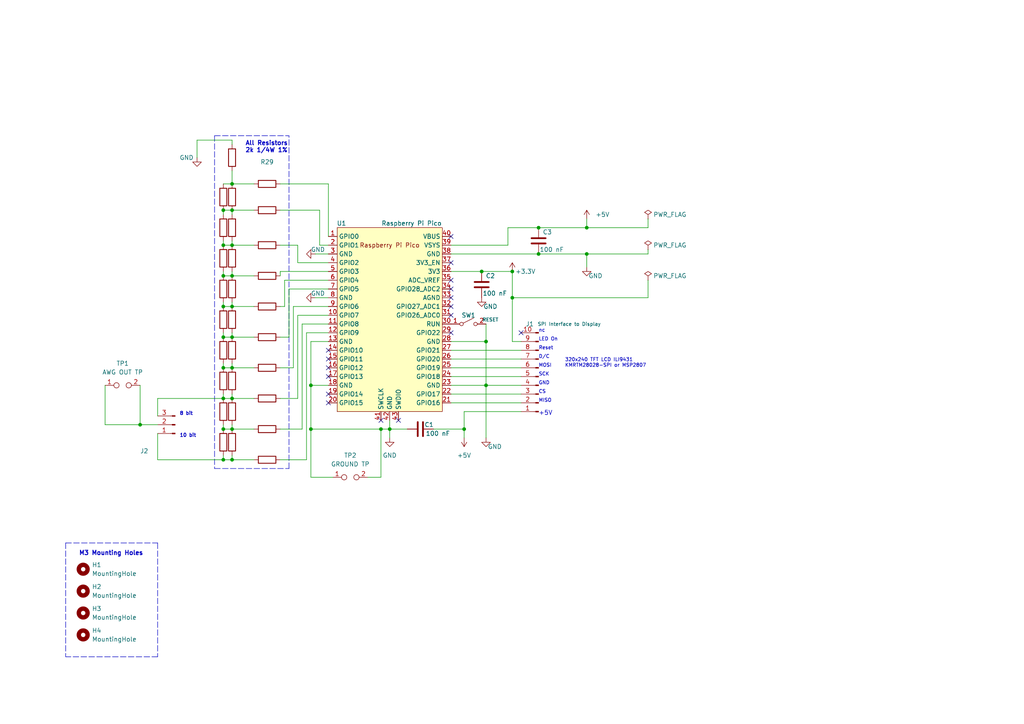
<source format=kicad_sch>
(kicad_sch (version 20211123) (generator eeschema)

  (uuid a2ec8056-ee2c-4b73-819c-3cc0c58a3025)

  (paper "A4")

  (lib_symbols
    (symbol "Connector:Conn_01x03_Male" (pin_names (offset 1.016) hide) (in_bom yes) (on_board yes)
      (property "Reference" "J" (id 0) (at 0 5.08 0)
        (effects (font (size 1.27 1.27)))
      )
      (property "Value" "Conn_01x03_Male" (id 1) (at 0 -5.08 0)
        (effects (font (size 1.27 1.27)))
      )
      (property "Footprint" "" (id 2) (at 0 0 0)
        (effects (font (size 1.27 1.27)) hide)
      )
      (property "Datasheet" "~" (id 3) (at 0 0 0)
        (effects (font (size 1.27 1.27)) hide)
      )
      (property "ki_keywords" "connector" (id 4) (at 0 0 0)
        (effects (font (size 1.27 1.27)) hide)
      )
      (property "ki_description" "Generic connector, single row, 01x03, script generated (kicad-library-utils/schlib/autogen/connector/)" (id 5) (at 0 0 0)
        (effects (font (size 1.27 1.27)) hide)
      )
      (property "ki_fp_filters" "Connector*:*_1x??_*" (id 6) (at 0 0 0)
        (effects (font (size 1.27 1.27)) hide)
      )
      (symbol "Conn_01x03_Male_1_1"
        (polyline
          (pts
            (xy 1.27 -2.54)
            (xy 0.8636 -2.54)
          )
          (stroke (width 0.1524) (type default) (color 0 0 0 0))
          (fill (type none))
        )
        (polyline
          (pts
            (xy 1.27 0)
            (xy 0.8636 0)
          )
          (stroke (width 0.1524) (type default) (color 0 0 0 0))
          (fill (type none))
        )
        (polyline
          (pts
            (xy 1.27 2.54)
            (xy 0.8636 2.54)
          )
          (stroke (width 0.1524) (type default) (color 0 0 0 0))
          (fill (type none))
        )
        (rectangle (start 0.8636 -2.413) (end 0 -2.667)
          (stroke (width 0.1524) (type default) (color 0 0 0 0))
          (fill (type outline))
        )
        (rectangle (start 0.8636 0.127) (end 0 -0.127)
          (stroke (width 0.1524) (type default) (color 0 0 0 0))
          (fill (type outline))
        )
        (rectangle (start 0.8636 2.667) (end 0 2.413)
          (stroke (width 0.1524) (type default) (color 0 0 0 0))
          (fill (type outline))
        )
        (pin passive line (at 5.08 2.54 180) (length 3.81)
          (name "Pin_1" (effects (font (size 1.27 1.27))))
          (number "1" (effects (font (size 1.27 1.27))))
        )
        (pin passive line (at 5.08 0 180) (length 3.81)
          (name "Pin_2" (effects (font (size 1.27 1.27))))
          (number "2" (effects (font (size 1.27 1.27))))
        )
        (pin passive line (at 5.08 -2.54 180) (length 3.81)
          (name "Pin_3" (effects (font (size 1.27 1.27))))
          (number "3" (effects (font (size 1.27 1.27))))
        )
      )
    )
    (symbol "Connector:Conn_01x10_Male" (pin_names (offset 1.016) hide) (in_bom yes) (on_board yes)
      (property "Reference" "J" (id 0) (at 0 12.7 0)
        (effects (font (size 1.27 1.27)))
      )
      (property "Value" "Conn_01x10_Male" (id 1) (at 0 -15.24 0)
        (effects (font (size 1.27 1.27)))
      )
      (property "Footprint" "" (id 2) (at 0 0 0)
        (effects (font (size 1.27 1.27)) hide)
      )
      (property "Datasheet" "~" (id 3) (at 0 0 0)
        (effects (font (size 1.27 1.27)) hide)
      )
      (property "ki_keywords" "connector" (id 4) (at 0 0 0)
        (effects (font (size 1.27 1.27)) hide)
      )
      (property "ki_description" "Generic connector, single row, 01x10, script generated (kicad-library-utils/schlib/autogen/connector/)" (id 5) (at 0 0 0)
        (effects (font (size 1.27 1.27)) hide)
      )
      (property "ki_fp_filters" "Connector*:*_1x??_*" (id 6) (at 0 0 0)
        (effects (font (size 1.27 1.27)) hide)
      )
      (symbol "Conn_01x10_Male_1_1"
        (polyline
          (pts
            (xy 1.27 -12.7)
            (xy 0.8636 -12.7)
          )
          (stroke (width 0.1524) (type default) (color 0 0 0 0))
          (fill (type none))
        )
        (polyline
          (pts
            (xy 1.27 -10.16)
            (xy 0.8636 -10.16)
          )
          (stroke (width 0.1524) (type default) (color 0 0 0 0))
          (fill (type none))
        )
        (polyline
          (pts
            (xy 1.27 -7.62)
            (xy 0.8636 -7.62)
          )
          (stroke (width 0.1524) (type default) (color 0 0 0 0))
          (fill (type none))
        )
        (polyline
          (pts
            (xy 1.27 -5.08)
            (xy 0.8636 -5.08)
          )
          (stroke (width 0.1524) (type default) (color 0 0 0 0))
          (fill (type none))
        )
        (polyline
          (pts
            (xy 1.27 -2.54)
            (xy 0.8636 -2.54)
          )
          (stroke (width 0.1524) (type default) (color 0 0 0 0))
          (fill (type none))
        )
        (polyline
          (pts
            (xy 1.27 0)
            (xy 0.8636 0)
          )
          (stroke (width 0.1524) (type default) (color 0 0 0 0))
          (fill (type none))
        )
        (polyline
          (pts
            (xy 1.27 2.54)
            (xy 0.8636 2.54)
          )
          (stroke (width 0.1524) (type default) (color 0 0 0 0))
          (fill (type none))
        )
        (polyline
          (pts
            (xy 1.27 5.08)
            (xy 0.8636 5.08)
          )
          (stroke (width 0.1524) (type default) (color 0 0 0 0))
          (fill (type none))
        )
        (polyline
          (pts
            (xy 1.27 7.62)
            (xy 0.8636 7.62)
          )
          (stroke (width 0.1524) (type default) (color 0 0 0 0))
          (fill (type none))
        )
        (polyline
          (pts
            (xy 1.27 10.16)
            (xy 0.8636 10.16)
          )
          (stroke (width 0.1524) (type default) (color 0 0 0 0))
          (fill (type none))
        )
        (rectangle (start 0.8636 -12.573) (end 0 -12.827)
          (stroke (width 0.1524) (type default) (color 0 0 0 0))
          (fill (type outline))
        )
        (rectangle (start 0.8636 -10.033) (end 0 -10.287)
          (stroke (width 0.1524) (type default) (color 0 0 0 0))
          (fill (type outline))
        )
        (rectangle (start 0.8636 -7.493) (end 0 -7.747)
          (stroke (width 0.1524) (type default) (color 0 0 0 0))
          (fill (type outline))
        )
        (rectangle (start 0.8636 -4.953) (end 0 -5.207)
          (stroke (width 0.1524) (type default) (color 0 0 0 0))
          (fill (type outline))
        )
        (rectangle (start 0.8636 -2.413) (end 0 -2.667)
          (stroke (width 0.1524) (type default) (color 0 0 0 0))
          (fill (type outline))
        )
        (rectangle (start 0.8636 0.127) (end 0 -0.127)
          (stroke (width 0.1524) (type default) (color 0 0 0 0))
          (fill (type outline))
        )
        (rectangle (start 0.8636 2.667) (end 0 2.413)
          (stroke (width 0.1524) (type default) (color 0 0 0 0))
          (fill (type outline))
        )
        (rectangle (start 0.8636 5.207) (end 0 4.953)
          (stroke (width 0.1524) (type default) (color 0 0 0 0))
          (fill (type outline))
        )
        (rectangle (start 0.8636 7.747) (end 0 7.493)
          (stroke (width 0.1524) (type default) (color 0 0 0 0))
          (fill (type outline))
        )
        (rectangle (start 0.8636 10.287) (end 0 10.033)
          (stroke (width 0.1524) (type default) (color 0 0 0 0))
          (fill (type outline))
        )
        (pin passive line (at 5.08 10.16 180) (length 3.81)
          (name "Pin_1" (effects (font (size 1.27 1.27))))
          (number "1" (effects (font (size 1.27 1.27))))
        )
        (pin passive line (at 5.08 -12.7 180) (length 3.81)
          (name "Pin_10" (effects (font (size 1.27 1.27))))
          (number "10" (effects (font (size 1.27 1.27))))
        )
        (pin passive line (at 5.08 7.62 180) (length 3.81)
          (name "Pin_2" (effects (font (size 1.27 1.27))))
          (number "2" (effects (font (size 1.27 1.27))))
        )
        (pin passive line (at 5.08 5.08 180) (length 3.81)
          (name "Pin_3" (effects (font (size 1.27 1.27))))
          (number "3" (effects (font (size 1.27 1.27))))
        )
        (pin passive line (at 5.08 2.54 180) (length 3.81)
          (name "Pin_4" (effects (font (size 1.27 1.27))))
          (number "4" (effects (font (size 1.27 1.27))))
        )
        (pin passive line (at 5.08 0 180) (length 3.81)
          (name "Pin_5" (effects (font (size 1.27 1.27))))
          (number "5" (effects (font (size 1.27 1.27))))
        )
        (pin passive line (at 5.08 -2.54 180) (length 3.81)
          (name "Pin_6" (effects (font (size 1.27 1.27))))
          (number "6" (effects (font (size 1.27 1.27))))
        )
        (pin passive line (at 5.08 -5.08 180) (length 3.81)
          (name "Pin_7" (effects (font (size 1.27 1.27))))
          (number "7" (effects (font (size 1.27 1.27))))
        )
        (pin passive line (at 5.08 -7.62 180) (length 3.81)
          (name "Pin_8" (effects (font (size 1.27 1.27))))
          (number "8" (effects (font (size 1.27 1.27))))
        )
        (pin passive line (at 5.08 -10.16 180) (length 3.81)
          (name "Pin_9" (effects (font (size 1.27 1.27))))
          (number "9" (effects (font (size 1.27 1.27))))
        )
      )
    )
    (symbol "Connector:TestPoint_2Pole" (pin_names (offset 0.762) hide) (in_bom yes) (on_board yes)
      (property "Reference" "TP" (id 0) (at 0 1.524 0)
        (effects (font (size 1.27 1.27)))
      )
      (property "Value" "TestPoint_2Pole" (id 1) (at 0 -1.778 0)
        (effects (font (size 1.27 1.27)))
      )
      (property "Footprint" "" (id 2) (at 0 0 0)
        (effects (font (size 1.27 1.27)) hide)
      )
      (property "Datasheet" "~" (id 3) (at 0 0 0)
        (effects (font (size 1.27 1.27)) hide)
      )
      (property "ki_keywords" "point tp" (id 4) (at 0 0 0)
        (effects (font (size 1.27 1.27)) hide)
      )
      (property "ki_description" "2-polar test point" (id 5) (at 0 0 0)
        (effects (font (size 1.27 1.27)) hide)
      )
      (property "ki_fp_filters" "Pin* Test*" (id 6) (at 0 0 0)
        (effects (font (size 1.27 1.27)) hide)
      )
      (symbol "TestPoint_2Pole_0_1"
        (circle (center -1.778 0) (radius 0.762)
          (stroke (width 0) (type default) (color 0 0 0 0))
          (fill (type none))
        )
        (circle (center 1.778 0) (radius 0.762)
          (stroke (width 0) (type default) (color 0 0 0 0))
          (fill (type none))
        )
        (pin passive line (at -5.08 0 0) (length 2.54)
          (name "1" (effects (font (size 1.27 1.27))))
          (number "1" (effects (font (size 1.27 1.27))))
        )
        (pin passive line (at 5.08 0 180) (length 2.54)
          (name "2" (effects (font (size 1.27 1.27))))
          (number "2" (effects (font (size 1.27 1.27))))
        )
      )
    )
    (symbol "Device:C" (pin_numbers hide) (pin_names (offset 0.254)) (in_bom yes) (on_board yes)
      (property "Reference" "C" (id 0) (at 0.635 2.54 0)
        (effects (font (size 1.27 1.27)) (justify left))
      )
      (property "Value" "C" (id 1) (at 0.635 -2.54 0)
        (effects (font (size 1.27 1.27)) (justify left))
      )
      (property "Footprint" "" (id 2) (at 0.9652 -3.81 0)
        (effects (font (size 1.27 1.27)) hide)
      )
      (property "Datasheet" "~" (id 3) (at 0 0 0)
        (effects (font (size 1.27 1.27)) hide)
      )
      (property "ki_keywords" "cap capacitor" (id 4) (at 0 0 0)
        (effects (font (size 1.27 1.27)) hide)
      )
      (property "ki_description" "Unpolarized capacitor" (id 5) (at 0 0 0)
        (effects (font (size 1.27 1.27)) hide)
      )
      (property "ki_fp_filters" "C_*" (id 6) (at 0 0 0)
        (effects (font (size 1.27 1.27)) hide)
      )
      (symbol "C_0_1"
        (polyline
          (pts
            (xy -2.032 -0.762)
            (xy 2.032 -0.762)
          )
          (stroke (width 0.508) (type default) (color 0 0 0 0))
          (fill (type none))
        )
        (polyline
          (pts
            (xy -2.032 0.762)
            (xy 2.032 0.762)
          )
          (stroke (width 0.508) (type default) (color 0 0 0 0))
          (fill (type none))
        )
      )
      (symbol "C_1_1"
        (pin passive line (at 0 3.81 270) (length 2.794)
          (name "~" (effects (font (size 1.27 1.27))))
          (number "1" (effects (font (size 1.27 1.27))))
        )
        (pin passive line (at 0 -3.81 90) (length 2.794)
          (name "~" (effects (font (size 1.27 1.27))))
          (number "2" (effects (font (size 1.27 1.27))))
        )
      )
    )
    (symbol "Device:R" (pin_numbers hide) (pin_names (offset 0)) (in_bom yes) (on_board yes)
      (property "Reference" "R" (id 0) (at 2.032 0 90)
        (effects (font (size 1.27 1.27)))
      )
      (property "Value" "R" (id 1) (at 0 0 90)
        (effects (font (size 1.27 1.27)))
      )
      (property "Footprint" "" (id 2) (at -1.778 0 90)
        (effects (font (size 1.27 1.27)) hide)
      )
      (property "Datasheet" "~" (id 3) (at 0 0 0)
        (effects (font (size 1.27 1.27)) hide)
      )
      (property "ki_keywords" "R res resistor" (id 4) (at 0 0 0)
        (effects (font (size 1.27 1.27)) hide)
      )
      (property "ki_description" "Resistor" (id 5) (at 0 0 0)
        (effects (font (size 1.27 1.27)) hide)
      )
      (property "ki_fp_filters" "R_*" (id 6) (at 0 0 0)
        (effects (font (size 1.27 1.27)) hide)
      )
      (symbol "R_0_1"
        (rectangle (start -1.016 -2.54) (end 1.016 2.54)
          (stroke (width 0.254) (type default) (color 0 0 0 0))
          (fill (type none))
        )
      )
      (symbol "R_1_1"
        (pin passive line (at 0 3.81 270) (length 1.27)
          (name "~" (effects (font (size 1.27 1.27))))
          (number "1" (effects (font (size 1.27 1.27))))
        )
        (pin passive line (at 0 -3.81 90) (length 1.27)
          (name "~" (effects (font (size 1.27 1.27))))
          (number "2" (effects (font (size 1.27 1.27))))
        )
      )
    )
    (symbol "MCU_RaspberryPi_and_Boards:Pico" (in_bom yes) (on_board yes)
      (property "Reference" "U" (id 0) (at -13.97 27.94 0)
        (effects (font (size 1.27 1.27)))
      )
      (property "Value" "Pico" (id 1) (at 0 19.05 0)
        (effects (font (size 1.27 1.27)))
      )
      (property "Footprint" "RPi_Pico:RPi_Pico_SMD_TH" (id 2) (at 0 0 90)
        (effects (font (size 1.27 1.27)) hide)
      )
      (property "Datasheet" "" (id 3) (at 0 0 0)
        (effects (font (size 1.27 1.27)) hide)
      )
      (symbol "Pico_0_0"
        (text "Raspberry Pi Pico" (at 0 21.59 0)
          (effects (font (size 1.27 1.27)))
        )
      )
      (symbol "Pico_0_1"
        (rectangle (start -15.24 26.67) (end 15.24 -26.67)
          (stroke (width 0) (type default) (color 0 0 0 0))
          (fill (type background))
        )
      )
      (symbol "Pico_1_1"
        (pin bidirectional line (at -17.78 24.13 0) (length 2.54)
          (name "GPIO0" (effects (font (size 1.27 1.27))))
          (number "1" (effects (font (size 1.27 1.27))))
        )
        (pin bidirectional line (at -17.78 1.27 0) (length 2.54)
          (name "GPIO7" (effects (font (size 1.27 1.27))))
          (number "10" (effects (font (size 1.27 1.27))))
        )
        (pin bidirectional line (at -17.78 -1.27 0) (length 2.54)
          (name "GPIO8" (effects (font (size 1.27 1.27))))
          (number "11" (effects (font (size 1.27 1.27))))
        )
        (pin bidirectional line (at -17.78 -3.81 0) (length 2.54)
          (name "GPIO9" (effects (font (size 1.27 1.27))))
          (number "12" (effects (font (size 1.27 1.27))))
        )
        (pin power_in line (at -17.78 -6.35 0) (length 2.54)
          (name "GND" (effects (font (size 1.27 1.27))))
          (number "13" (effects (font (size 1.27 1.27))))
        )
        (pin bidirectional line (at -17.78 -8.89 0) (length 2.54)
          (name "GPIO10" (effects (font (size 1.27 1.27))))
          (number "14" (effects (font (size 1.27 1.27))))
        )
        (pin bidirectional line (at -17.78 -11.43 0) (length 2.54)
          (name "GPIO11" (effects (font (size 1.27 1.27))))
          (number "15" (effects (font (size 1.27 1.27))))
        )
        (pin bidirectional line (at -17.78 -13.97 0) (length 2.54)
          (name "GPIO12" (effects (font (size 1.27 1.27))))
          (number "16" (effects (font (size 1.27 1.27))))
        )
        (pin bidirectional line (at -17.78 -16.51 0) (length 2.54)
          (name "GPIO13" (effects (font (size 1.27 1.27))))
          (number "17" (effects (font (size 1.27 1.27))))
        )
        (pin power_in line (at -17.78 -19.05 0) (length 2.54)
          (name "GND" (effects (font (size 1.27 1.27))))
          (number "18" (effects (font (size 1.27 1.27))))
        )
        (pin bidirectional line (at -17.78 -21.59 0) (length 2.54)
          (name "GPIO14" (effects (font (size 1.27 1.27))))
          (number "19" (effects (font (size 1.27 1.27))))
        )
        (pin bidirectional line (at -17.78 21.59 0) (length 2.54)
          (name "GPIO1" (effects (font (size 1.27 1.27))))
          (number "2" (effects (font (size 1.27 1.27))))
        )
        (pin bidirectional line (at -17.78 -24.13 0) (length 2.54)
          (name "GPIO15" (effects (font (size 1.27 1.27))))
          (number "20" (effects (font (size 1.27 1.27))))
        )
        (pin bidirectional line (at 17.78 -24.13 180) (length 2.54)
          (name "GPIO16" (effects (font (size 1.27 1.27))))
          (number "21" (effects (font (size 1.27 1.27))))
        )
        (pin bidirectional line (at 17.78 -21.59 180) (length 2.54)
          (name "GPIO17" (effects (font (size 1.27 1.27))))
          (number "22" (effects (font (size 1.27 1.27))))
        )
        (pin power_in line (at 17.78 -19.05 180) (length 2.54)
          (name "GND" (effects (font (size 1.27 1.27))))
          (number "23" (effects (font (size 1.27 1.27))))
        )
        (pin bidirectional line (at 17.78 -16.51 180) (length 2.54)
          (name "GPIO18" (effects (font (size 1.27 1.27))))
          (number "24" (effects (font (size 1.27 1.27))))
        )
        (pin bidirectional line (at 17.78 -13.97 180) (length 2.54)
          (name "GPIO19" (effects (font (size 1.27 1.27))))
          (number "25" (effects (font (size 1.27 1.27))))
        )
        (pin bidirectional line (at 17.78 -11.43 180) (length 2.54)
          (name "GPIO20" (effects (font (size 1.27 1.27))))
          (number "26" (effects (font (size 1.27 1.27))))
        )
        (pin bidirectional line (at 17.78 -8.89 180) (length 2.54)
          (name "GPIO21" (effects (font (size 1.27 1.27))))
          (number "27" (effects (font (size 1.27 1.27))))
        )
        (pin power_in line (at 17.78 -6.35 180) (length 2.54)
          (name "GND" (effects (font (size 1.27 1.27))))
          (number "28" (effects (font (size 1.27 1.27))))
        )
        (pin bidirectional line (at 17.78 -3.81 180) (length 2.54)
          (name "GPIO22" (effects (font (size 1.27 1.27))))
          (number "29" (effects (font (size 1.27 1.27))))
        )
        (pin power_in line (at -17.78 19.05 0) (length 2.54)
          (name "GND" (effects (font (size 1.27 1.27))))
          (number "3" (effects (font (size 1.27 1.27))))
        )
        (pin input line (at 17.78 -1.27 180) (length 2.54)
          (name "RUN" (effects (font (size 1.27 1.27))))
          (number "30" (effects (font (size 1.27 1.27))))
        )
        (pin bidirectional line (at 17.78 1.27 180) (length 2.54)
          (name "GPIO26_ADC0" (effects (font (size 1.27 1.27))))
          (number "31" (effects (font (size 1.27 1.27))))
        )
        (pin bidirectional line (at 17.78 3.81 180) (length 2.54)
          (name "GPIO27_ADC1" (effects (font (size 1.27 1.27))))
          (number "32" (effects (font (size 1.27 1.27))))
        )
        (pin power_in line (at 17.78 6.35 180) (length 2.54)
          (name "AGND" (effects (font (size 1.27 1.27))))
          (number "33" (effects (font (size 1.27 1.27))))
        )
        (pin bidirectional line (at 17.78 8.89 180) (length 2.54)
          (name "GPIO28_ADC2" (effects (font (size 1.27 1.27))))
          (number "34" (effects (font (size 1.27 1.27))))
        )
        (pin power_in line (at 17.78 11.43 180) (length 2.54)
          (name "ADC_VREF" (effects (font (size 1.27 1.27))))
          (number "35" (effects (font (size 1.27 1.27))))
        )
        (pin power_in line (at 17.78 13.97 180) (length 2.54)
          (name "3V3" (effects (font (size 1.27 1.27))))
          (number "36" (effects (font (size 1.27 1.27))))
        )
        (pin input line (at 17.78 16.51 180) (length 2.54)
          (name "3V3_EN" (effects (font (size 1.27 1.27))))
          (number "37" (effects (font (size 1.27 1.27))))
        )
        (pin bidirectional line (at 17.78 19.05 180) (length 2.54)
          (name "GND" (effects (font (size 1.27 1.27))))
          (number "38" (effects (font (size 1.27 1.27))))
        )
        (pin power_in line (at 17.78 21.59 180) (length 2.54)
          (name "VSYS" (effects (font (size 1.27 1.27))))
          (number "39" (effects (font (size 1.27 1.27))))
        )
        (pin bidirectional line (at -17.78 16.51 0) (length 2.54)
          (name "GPIO2" (effects (font (size 1.27 1.27))))
          (number "4" (effects (font (size 1.27 1.27))))
        )
        (pin power_in line (at 17.78 24.13 180) (length 2.54)
          (name "VBUS" (effects (font (size 1.27 1.27))))
          (number "40" (effects (font (size 1.27 1.27))))
        )
        (pin input line (at -2.54 -29.21 90) (length 2.54)
          (name "SWCLK" (effects (font (size 1.27 1.27))))
          (number "41" (effects (font (size 1.27 1.27))))
        )
        (pin power_in line (at 0 -29.21 90) (length 2.54)
          (name "GND" (effects (font (size 1.27 1.27))))
          (number "42" (effects (font (size 1.27 1.27))))
        )
        (pin bidirectional line (at 2.54 -29.21 90) (length 2.54)
          (name "SWDIO" (effects (font (size 1.27 1.27))))
          (number "43" (effects (font (size 1.27 1.27))))
        )
        (pin bidirectional line (at -17.78 13.97 0) (length 2.54)
          (name "GPIO3" (effects (font (size 1.27 1.27))))
          (number "5" (effects (font (size 1.27 1.27))))
        )
        (pin bidirectional line (at -17.78 11.43 0) (length 2.54)
          (name "GPIO4" (effects (font (size 1.27 1.27))))
          (number "6" (effects (font (size 1.27 1.27))))
        )
        (pin bidirectional line (at -17.78 8.89 0) (length 2.54)
          (name "GPIO5" (effects (font (size 1.27 1.27))))
          (number "7" (effects (font (size 1.27 1.27))))
        )
        (pin power_in line (at -17.78 6.35 0) (length 2.54)
          (name "GND" (effects (font (size 1.27 1.27))))
          (number "8" (effects (font (size 1.27 1.27))))
        )
        (pin bidirectional line (at -17.78 3.81 0) (length 2.54)
          (name "GPIO6" (effects (font (size 1.27 1.27))))
          (number "9" (effects (font (size 1.27 1.27))))
        )
      )
    )
    (symbol "Mechanical:MountingHole" (pin_names (offset 1.016)) (in_bom yes) (on_board yes)
      (property "Reference" "H" (id 0) (at 0 5.08 0)
        (effects (font (size 1.27 1.27)))
      )
      (property "Value" "MountingHole" (id 1) (at 0 3.175 0)
        (effects (font (size 1.27 1.27)))
      )
      (property "Footprint" "" (id 2) (at 0 0 0)
        (effects (font (size 1.27 1.27)) hide)
      )
      (property "Datasheet" "~" (id 3) (at 0 0 0)
        (effects (font (size 1.27 1.27)) hide)
      )
      (property "ki_keywords" "mounting hole" (id 4) (at 0 0 0)
        (effects (font (size 1.27 1.27)) hide)
      )
      (property "ki_description" "Mounting Hole without connection" (id 5) (at 0 0 0)
        (effects (font (size 1.27 1.27)) hide)
      )
      (property "ki_fp_filters" "MountingHole*" (id 6) (at 0 0 0)
        (effects (font (size 1.27 1.27)) hide)
      )
      (symbol "MountingHole_0_1"
        (circle (center 0 0) (radius 1.27)
          (stroke (width 1.27) (type default) (color 0 0 0 0))
          (fill (type none))
        )
      )
    )
    (symbol "Switch:SW_SPST" (pin_names (offset 0) hide) (in_bom yes) (on_board yes)
      (property "Reference" "SW" (id 0) (at 0 3.175 0)
        (effects (font (size 1.27 1.27)))
      )
      (property "Value" "SW_SPST" (id 1) (at 0 -2.54 0)
        (effects (font (size 1.27 1.27)))
      )
      (property "Footprint" "" (id 2) (at 0 0 0)
        (effects (font (size 1.27 1.27)) hide)
      )
      (property "Datasheet" "~" (id 3) (at 0 0 0)
        (effects (font (size 1.27 1.27)) hide)
      )
      (property "ki_keywords" "switch lever" (id 4) (at 0 0 0)
        (effects (font (size 1.27 1.27)) hide)
      )
      (property "ki_description" "Single Pole Single Throw (SPST) switch" (id 5) (at 0 0 0)
        (effects (font (size 1.27 1.27)) hide)
      )
      (symbol "SW_SPST_0_0"
        (circle (center -2.032 0) (radius 0.508)
          (stroke (width 0) (type default) (color 0 0 0 0))
          (fill (type none))
        )
        (polyline
          (pts
            (xy -1.524 0.254)
            (xy 1.524 1.778)
          )
          (stroke (width 0) (type default) (color 0 0 0 0))
          (fill (type none))
        )
        (circle (center 2.032 0) (radius 0.508)
          (stroke (width 0) (type default) (color 0 0 0 0))
          (fill (type none))
        )
      )
      (symbol "SW_SPST_1_1"
        (pin passive line (at -5.08 0 0) (length 2.54)
          (name "A" (effects (font (size 1.27 1.27))))
          (number "1" (effects (font (size 1.27 1.27))))
        )
        (pin passive line (at 5.08 0 180) (length 2.54)
          (name "B" (effects (font (size 1.27 1.27))))
          (number "2" (effects (font (size 1.27 1.27))))
        )
      )
    )
    (symbol "power:+3.3V" (power) (pin_names (offset 0)) (in_bom yes) (on_board yes)
      (property "Reference" "#PWR" (id 0) (at 0 -3.81 0)
        (effects (font (size 1.27 1.27)) hide)
      )
      (property "Value" "+3.3V" (id 1) (at 0 3.556 0)
        (effects (font (size 1.27 1.27)))
      )
      (property "Footprint" "" (id 2) (at 0 0 0)
        (effects (font (size 1.27 1.27)) hide)
      )
      (property "Datasheet" "" (id 3) (at 0 0 0)
        (effects (font (size 1.27 1.27)) hide)
      )
      (property "ki_keywords" "power-flag" (id 4) (at 0 0 0)
        (effects (font (size 1.27 1.27)) hide)
      )
      (property "ki_description" "Power symbol creates a global label with name \"+3.3V\"" (id 5) (at 0 0 0)
        (effects (font (size 1.27 1.27)) hide)
      )
      (symbol "+3.3V_0_1"
        (polyline
          (pts
            (xy -0.762 1.27)
            (xy 0 2.54)
          )
          (stroke (width 0) (type default) (color 0 0 0 0))
          (fill (type none))
        )
        (polyline
          (pts
            (xy 0 0)
            (xy 0 2.54)
          )
          (stroke (width 0) (type default) (color 0 0 0 0))
          (fill (type none))
        )
        (polyline
          (pts
            (xy 0 2.54)
            (xy 0.762 1.27)
          )
          (stroke (width 0) (type default) (color 0 0 0 0))
          (fill (type none))
        )
      )
      (symbol "+3.3V_1_1"
        (pin power_in line (at 0 0 90) (length 0) hide
          (name "+3.3V" (effects (font (size 1.27 1.27))))
          (number "1" (effects (font (size 1.27 1.27))))
        )
      )
    )
    (symbol "power:+5V" (power) (pin_names (offset 0)) (in_bom yes) (on_board yes)
      (property "Reference" "#PWR" (id 0) (at 0 -3.81 0)
        (effects (font (size 1.27 1.27)) hide)
      )
      (property "Value" "+5V" (id 1) (at 0 3.556 0)
        (effects (font (size 1.27 1.27)))
      )
      (property "Footprint" "" (id 2) (at 0 0 0)
        (effects (font (size 1.27 1.27)) hide)
      )
      (property "Datasheet" "" (id 3) (at 0 0 0)
        (effects (font (size 1.27 1.27)) hide)
      )
      (property "ki_keywords" "power-flag" (id 4) (at 0 0 0)
        (effects (font (size 1.27 1.27)) hide)
      )
      (property "ki_description" "Power symbol creates a global label with name \"+5V\"" (id 5) (at 0 0 0)
        (effects (font (size 1.27 1.27)) hide)
      )
      (symbol "+5V_0_1"
        (polyline
          (pts
            (xy -0.762 1.27)
            (xy 0 2.54)
          )
          (stroke (width 0) (type default) (color 0 0 0 0))
          (fill (type none))
        )
        (polyline
          (pts
            (xy 0 0)
            (xy 0 2.54)
          )
          (stroke (width 0) (type default) (color 0 0 0 0))
          (fill (type none))
        )
        (polyline
          (pts
            (xy 0 2.54)
            (xy 0.762 1.27)
          )
          (stroke (width 0) (type default) (color 0 0 0 0))
          (fill (type none))
        )
      )
      (symbol "+5V_1_1"
        (pin power_in line (at 0 0 90) (length 0) hide
          (name "+5V" (effects (font (size 1.27 1.27))))
          (number "1" (effects (font (size 1.27 1.27))))
        )
      )
    )
    (symbol "power:GND" (power) (pin_names (offset 0)) (in_bom yes) (on_board yes)
      (property "Reference" "#PWR" (id 0) (at 0 -6.35 0)
        (effects (font (size 1.27 1.27)) hide)
      )
      (property "Value" "GND" (id 1) (at 0 -3.81 0)
        (effects (font (size 1.27 1.27)))
      )
      (property "Footprint" "" (id 2) (at 0 0 0)
        (effects (font (size 1.27 1.27)) hide)
      )
      (property "Datasheet" "" (id 3) (at 0 0 0)
        (effects (font (size 1.27 1.27)) hide)
      )
      (property "ki_keywords" "power-flag" (id 4) (at 0 0 0)
        (effects (font (size 1.27 1.27)) hide)
      )
      (property "ki_description" "Power symbol creates a global label with name \"GND\" , ground" (id 5) (at 0 0 0)
        (effects (font (size 1.27 1.27)) hide)
      )
      (symbol "GND_0_1"
        (polyline
          (pts
            (xy 0 0)
            (xy 0 -1.27)
            (xy 1.27 -1.27)
            (xy 0 -2.54)
            (xy -1.27 -1.27)
            (xy 0 -1.27)
          )
          (stroke (width 0) (type default) (color 0 0 0 0))
          (fill (type none))
        )
      )
      (symbol "GND_1_1"
        (pin power_in line (at 0 0 270) (length 0) hide
          (name "GND" (effects (font (size 1.27 1.27))))
          (number "1" (effects (font (size 1.27 1.27))))
        )
      )
    )
    (symbol "power:PWR_FLAG" (power) (pin_numbers hide) (pin_names (offset 0) hide) (in_bom yes) (on_board yes)
      (property "Reference" "#FLG" (id 0) (at 0 1.905 0)
        (effects (font (size 1.27 1.27)) hide)
      )
      (property "Value" "PWR_FLAG" (id 1) (at 0 3.81 0)
        (effects (font (size 1.27 1.27)))
      )
      (property "Footprint" "" (id 2) (at 0 0 0)
        (effects (font (size 1.27 1.27)) hide)
      )
      (property "Datasheet" "~" (id 3) (at 0 0 0)
        (effects (font (size 1.27 1.27)) hide)
      )
      (property "ki_keywords" "power-flag" (id 4) (at 0 0 0)
        (effects (font (size 1.27 1.27)) hide)
      )
      (property "ki_description" "Special symbol for telling ERC where power comes from" (id 5) (at 0 0 0)
        (effects (font (size 1.27 1.27)) hide)
      )
      (symbol "PWR_FLAG_0_0"
        (pin power_out line (at 0 0 90) (length 0)
          (name "pwr" (effects (font (size 1.27 1.27))))
          (number "1" (effects (font (size 1.27 1.27))))
        )
      )
      (symbol "PWR_FLAG_0_1"
        (polyline
          (pts
            (xy 0 0)
            (xy 0 1.27)
            (xy -1.016 1.905)
            (xy 0 2.54)
            (xy 1.016 1.905)
            (xy 0 1.27)
          )
          (stroke (width 0) (type default) (color 0 0 0 0))
          (fill (type none))
        )
      )
    )
  )

  (junction (at 67.31 80.01) (diameter 0) (color 0 0 0 0)
    (uuid 0470e7b0-b226-40c8-9516-27155706430a)
  )
  (junction (at 67.31 71.12) (diameter 0) (color 0 0 0 0)
    (uuid 0e6eee97-b9de-4bcc-9463-1b0e2456899d)
  )
  (junction (at 67.31 124.46) (diameter 0) (color 0 0 0 0)
    (uuid 0ee3f840-c3d0-442c-bf89-d18d6f61f44f)
  )
  (junction (at 67.31 53.34) (diameter 0) (color 0 0 0 0)
    (uuid 1c86b04b-dca7-46cf-a201-8da4b0a85227)
  )
  (junction (at 113.03 124.46) (diameter 0) (color 0 0 0 0)
    (uuid 2a17c968-6a8e-439d-8924-3a4947f261c2)
  )
  (junction (at 134.62 124.46) (diameter 0) (color 0 0 0 0)
    (uuid 2b51d230-895a-4cba-b60d-dc5d2981a127)
  )
  (junction (at 67.31 97.79) (diameter 0) (color 0 0 0 0)
    (uuid 2f74517a-61a4-40dc-8072-568316631f7f)
  )
  (junction (at 64.77 71.12) (diameter 0) (color 0 0 0 0)
    (uuid 349551eb-a754-4700-8562-128f1719c16e)
  )
  (junction (at 170.18 73.66) (diameter 0) (color 0 0 0 0)
    (uuid 3611c343-fe87-4447-99fb-4a3acb4607d2)
  )
  (junction (at 67.31 60.96) (diameter 0) (color 0 0 0 0)
    (uuid 41b5caa5-5dc9-46dd-98d6-ce334c14a5bb)
  )
  (junction (at 64.77 115.57) (diameter 0) (color 0 0 0 0)
    (uuid 41d7323a-b08a-4cad-9f51-f9e47499fbac)
  )
  (junction (at 64.77 97.79) (diameter 0) (color 0 0 0 0)
    (uuid 4793e206-f385-4f55-87d4-88125679f846)
  )
  (junction (at 64.77 88.9) (diameter 0) (color 0 0 0 0)
    (uuid 597697bf-7d6d-42b8-b2aa-594c9b85da0f)
  )
  (junction (at 148.59 86.36) (diameter 0) (color 0 0 0 0)
    (uuid 6051c6ad-4cc5-466f-8003-9d821f24a8a6)
  )
  (junction (at 139.7 78.74) (diameter 0) (color 0 0 0 0)
    (uuid 6c2373bd-0931-40df-9907-3c6888ff2e51)
  )
  (junction (at 64.77 80.01) (diameter 0) (color 0 0 0 0)
    (uuid 725aa0a2-66dd-4bda-804e-516b05274a81)
  )
  (junction (at 90.17 111.76) (diameter 0) (color 0 0 0 0)
    (uuid 7a8f98ae-24e3-4dda-9a40-54b1449b2d4f)
  )
  (junction (at 40.64 123.19) (diameter 0) (color 0 0 0 0)
    (uuid 838aacaa-9d1b-4ae7-8716-ddb9bb467bad)
  )
  (junction (at 67.31 115.57) (diameter 0) (color 0 0 0 0)
    (uuid 8d9e4c8e-9e6b-4637-99ca-291add7dbccd)
  )
  (junction (at 148.59 78.74) (diameter 0) (color 0 0 0 0)
    (uuid 90b17a9e-2a4f-4c6e-b4fd-885093676e33)
  )
  (junction (at 64.77 60.96) (diameter 0) (color 0 0 0 0)
    (uuid 9877bfef-f392-4b96-a777-3c5a907508be)
  )
  (junction (at 110.49 124.46) (diameter 0) (color 0 0 0 0)
    (uuid 9a4c1e60-f35b-4084-8668-9eb370cfc83c)
  )
  (junction (at 64.77 106.68) (diameter 0) (color 0 0 0 0)
    (uuid 9e98933b-5190-4303-8c5d-13bea789bce2)
  )
  (junction (at 67.31 133.35) (diameter 0) (color 0 0 0 0)
    (uuid a1bfc0d7-0279-478e-9f87-11340aa4b35a)
  )
  (junction (at 156.21 66.04) (diameter 0) (color 0 0 0 0)
    (uuid a48a3b6f-d622-461f-a30d-ce9a638de10e)
  )
  (junction (at 170.18 66.04) (diameter 0) (color 0 0 0 0)
    (uuid a64d9bf4-7b06-408a-b5d4-2f376e6bbc9a)
  )
  (junction (at 140.97 99.06) (diameter 0) (color 0 0 0 0)
    (uuid ac9b18cc-7b94-46bc-a63f-19800b064e86)
  )
  (junction (at 64.77 124.46) (diameter 0) (color 0 0 0 0)
    (uuid b24fb85b-ac37-497d-9736-98dfba72591a)
  )
  (junction (at 156.21 73.66) (diameter 0) (color 0 0 0 0)
    (uuid c01cd33b-64f1-4da9-b19d-8194c5ea0605)
  )
  (junction (at 64.77 133.35) (diameter 0) (color 0 0 0 0)
    (uuid e167b42f-7f1d-4f51-8508-dd04b5b3763a)
  )
  (junction (at 67.31 88.9) (diameter 0) (color 0 0 0 0)
    (uuid e663834f-dcd3-40ff-bcc4-85b63e881a3a)
  )
  (junction (at 140.97 111.76) (diameter 0) (color 0 0 0 0)
    (uuid e6c2a95d-99ec-407f-9a17-0473f5140994)
  )
  (junction (at 90.17 124.46) (diameter 0) (color 0 0 0 0)
    (uuid e75188bf-4526-44b8-9fb5-9fd71825dc72)
  )
  (junction (at 67.31 106.68) (diameter 0) (color 0 0 0 0)
    (uuid f529c0ef-709c-4fb2-9c11-c4750e49dcd9)
  )

  (no_connect (at 130.81 81.28) (uuid 20cb1787-b6ff-418e-b299-f2976b1aaa31))
  (no_connect (at 130.81 76.2) (uuid 20cb1787-b6ff-418e-b299-f2976b1aaa32))
  (no_connect (at 130.81 83.82) (uuid 20cb1787-b6ff-418e-b299-f2976b1aaa33))
  (no_connect (at 130.81 96.52) (uuid 20cb1787-b6ff-418e-b299-f2976b1aaa34))
  (no_connect (at 130.81 86.36) (uuid 20cb1787-b6ff-418e-b299-f2976b1aaa35))
  (no_connect (at 130.81 88.9) (uuid 20cb1787-b6ff-418e-b299-f2976b1aaa36))
  (no_connect (at 130.81 91.44) (uuid 20cb1787-b6ff-418e-b299-f2976b1aaa37))
  (no_connect (at 130.81 68.58) (uuid 20cb1787-b6ff-418e-b299-f2976b1aaa38))
  (no_connect (at 115.57 121.92) (uuid 20cb1787-b6ff-418e-b299-f2976b1aaa39))
  (no_connect (at 95.25 116.84) (uuid 20cb1787-b6ff-418e-b299-f2976b1aaa3a))
  (no_connect (at 110.49 121.92) (uuid 20cb1787-b6ff-418e-b299-f2976b1aaa3b))
  (no_connect (at 151.13 96.52) (uuid 4deb5a37-d46a-4945-ba31-6e0d6bff6ea5))
  (no_connect (at 95.25 101.6) (uuid 83196399-f672-4fac-8f18-c5295d4df87e))
  (no_connect (at 95.25 106.68) (uuid 83196399-f672-4fac-8f18-c5295d4df87f))
  (no_connect (at 95.25 109.22) (uuid 83196399-f672-4fac-8f18-c5295d4df880))
  (no_connect (at 95.25 104.14) (uuid 83196399-f672-4fac-8f18-c5295d4df881))
  (no_connect (at 95.25 114.3) (uuid 83196399-f672-4fac-8f18-c5295d4df882))

  (polyline (pts (xy 62.23 39.37) (xy 62.23 135.89))
    (stroke (width 0) (type default) (color 0 0 0 0))
    (uuid 018dc531-cd16-404a-9ec4-32f1f560ac74)
  )

  (wire (pts (xy 130.81 106.68) (xy 151.13 106.68))
    (stroke (width 0) (type default) (color 0 0 0 0))
    (uuid 01d345fb-5cd6-4d83-bf5d-f4fd1251af6e)
  )
  (wire (pts (xy 30.48 123.19) (xy 40.64 123.19))
    (stroke (width 0) (type default) (color 0 0 0 0))
    (uuid 01daf3b1-4e52-433e-87db-1e41d9e57bfc)
  )
  (wire (pts (xy 90.17 111.76) (xy 90.17 124.46))
    (stroke (width 0) (type default) (color 0 0 0 0))
    (uuid 027e1c69-1e16-468e-bbc8-5bdf3989a9aa)
  )
  (wire (pts (xy 110.49 124.46) (xy 113.03 124.46))
    (stroke (width 0) (type default) (color 0 0 0 0))
    (uuid 0364b0c9-de4f-4d4e-b116-5c9caf112f87)
  )
  (wire (pts (xy 67.31 123.19) (xy 67.31 124.46))
    (stroke (width 0) (type default) (color 0 0 0 0))
    (uuid 055615f3-eace-466f-bd61-bc7c1f0c4828)
  )
  (wire (pts (xy 113.03 124.46) (xy 113.03 121.92))
    (stroke (width 0) (type default) (color 0 0 0 0))
    (uuid 0615fc62-021c-4238-8d0c-a06ddf3b21ac)
  )
  (wire (pts (xy 67.31 115.57) (xy 73.66 115.57))
    (stroke (width 0) (type default) (color 0 0 0 0))
    (uuid 0788398e-474e-425f-9bf0-e4409194fa07)
  )
  (wire (pts (xy 130.81 116.84) (xy 151.13 116.84))
    (stroke (width 0) (type default) (color 0 0 0 0))
    (uuid 0a1782c8-806b-4401-9738-938b34078552)
  )
  (wire (pts (xy 64.77 133.35) (xy 67.31 133.35))
    (stroke (width 0) (type default) (color 0 0 0 0))
    (uuid 0d5dab6c-8190-4ba3-9f5e-1cccaafb6776)
  )
  (wire (pts (xy 57.15 45.72) (xy 57.15 40.64))
    (stroke (width 0) (type default) (color 0 0 0 0))
    (uuid 0dc60a8b-f2f9-4a38-bfd0-c38aa6363c69)
  )
  (wire (pts (xy 67.31 60.96) (xy 67.31 62.23))
    (stroke (width 0) (type default) (color 0 0 0 0))
    (uuid 111fe58d-9d9b-4a24-81f7-9ce7d038a109)
  )
  (wire (pts (xy 170.18 66.04) (xy 170.18 63.5))
    (stroke (width 0) (type default) (color 0 0 0 0))
    (uuid 11230c0a-f24d-43d9-8df4-4c75bac17069)
  )
  (polyline (pts (xy 45.72 190.5) (xy 19.05 190.5))
    (stroke (width 0) (type default) (color 0 0 0 0))
    (uuid 1364967b-fcba-4f97-99a4-f74385837526)
  )

  (wire (pts (xy 85.09 106.68) (xy 85.09 88.9))
    (stroke (width 0) (type default) (color 0 0 0 0))
    (uuid 140ac910-624c-4475-99a4-791f61942c3f)
  )
  (wire (pts (xy 130.81 114.3) (xy 151.13 114.3))
    (stroke (width 0) (type default) (color 0 0 0 0))
    (uuid 140bb8cf-3210-4bcf-ace4-8e4abff1b60d)
  )
  (wire (pts (xy 64.77 97.79) (xy 67.31 97.79))
    (stroke (width 0) (type default) (color 0 0 0 0))
    (uuid 149d7179-7ad1-4758-ae9c-0ed0e834a45f)
  )
  (wire (pts (xy 81.28 115.57) (xy 86.36 115.57))
    (stroke (width 0) (type default) (color 0 0 0 0))
    (uuid 1573bae4-e854-481a-aaac-77eb47d5276b)
  )
  (wire (pts (xy 140.97 99.06) (xy 140.97 93.98))
    (stroke (width 0) (type default) (color 0 0 0 0))
    (uuid 16acb979-2de3-4fac-9ede-1acf4cbdcfce)
  )
  (wire (pts (xy 82.55 88.9) (xy 82.55 81.28))
    (stroke (width 0) (type default) (color 0 0 0 0))
    (uuid 1979c4c4-9889-4def-ad9f-2c428d42b644)
  )
  (wire (pts (xy 147.32 66.04) (xy 156.21 66.04))
    (stroke (width 0) (type default) (color 0 0 0 0))
    (uuid 1eba699f-8fe4-43d8-af3f-e2ee7cd2edb4)
  )
  (wire (pts (xy 67.31 105.41) (xy 67.31 106.68))
    (stroke (width 0) (type default) (color 0 0 0 0))
    (uuid 203bbe26-b7e3-4442-9019-f2a5564db7a0)
  )
  (wire (pts (xy 67.31 71.12) (xy 73.66 71.12))
    (stroke (width 0) (type default) (color 0 0 0 0))
    (uuid 20dda8af-3ce0-401f-84e4-4262116da768)
  )
  (wire (pts (xy 81.28 53.34) (xy 95.25 53.34))
    (stroke (width 0) (type default) (color 0 0 0 0))
    (uuid 217bfc4a-cb3c-4019-b265-5d13d3d5b82a)
  )
  (wire (pts (xy 67.31 106.68) (xy 73.66 106.68))
    (stroke (width 0) (type default) (color 0 0 0 0))
    (uuid 23afc9ec-6b06-45a9-9dfa-7bdea6f1d737)
  )
  (wire (pts (xy 140.97 99.06) (xy 140.97 111.76))
    (stroke (width 0) (type default) (color 0 0 0 0))
    (uuid 2720e7a0-8732-440c-b08d-cd0cd8814944)
  )
  (wire (pts (xy 40.64 111.76) (xy 40.64 123.19))
    (stroke (width 0) (type default) (color 0 0 0 0))
    (uuid 2e8e3638-aff2-4cff-a5ea-09c16d089cea)
  )
  (wire (pts (xy 67.31 133.35) (xy 73.66 133.35))
    (stroke (width 0) (type default) (color 0 0 0 0))
    (uuid 3217869d-938f-4436-a576-ec4a11d466de)
  )
  (wire (pts (xy 134.62 119.38) (xy 151.13 119.38))
    (stroke (width 0) (type default) (color 0 0 0 0))
    (uuid 351009a2-0526-4576-8420-edef4b893b56)
  )
  (wire (pts (xy 64.77 78.74) (xy 64.77 80.01))
    (stroke (width 0) (type default) (color 0 0 0 0))
    (uuid 365d1a43-0cb0-4c3d-86c9-3592445e0f63)
  )
  (wire (pts (xy 187.96 73.66) (xy 187.96 72.39))
    (stroke (width 0) (type default) (color 0 0 0 0))
    (uuid 36813c23-fbfd-4d32-af34-c3e61deb01b7)
  )
  (wire (pts (xy 130.81 73.66) (xy 156.21 73.66))
    (stroke (width 0) (type default) (color 0 0 0 0))
    (uuid 3871d74c-e884-42a6-9057-67fb049280a0)
  )
  (wire (pts (xy 90.17 111.76) (xy 95.25 111.76))
    (stroke (width 0) (type default) (color 0 0 0 0))
    (uuid 388bcd7b-2f01-468e-8d42-91d7c3fb7557)
  )
  (wire (pts (xy 139.7 78.74) (xy 148.59 78.74))
    (stroke (width 0) (type default) (color 0 0 0 0))
    (uuid 3910c178-3311-4ff7-a813-eb4392ce52e3)
  )
  (wire (pts (xy 113.03 124.46) (xy 118.11 124.46))
    (stroke (width 0) (type default) (color 0 0 0 0))
    (uuid 3b1f88a0-b3b0-42fd-b536-14e08afd9289)
  )
  (wire (pts (xy 110.49 138.43) (xy 110.49 124.46))
    (stroke (width 0) (type default) (color 0 0 0 0))
    (uuid 3e8b68a7-153b-45f5-b1b6-b092c1073303)
  )
  (wire (pts (xy 67.31 96.52) (xy 67.31 97.79))
    (stroke (width 0) (type default) (color 0 0 0 0))
    (uuid 406228a0-2a47-4d9b-953e-316d2ee79559)
  )
  (wire (pts (xy 106.68 138.43) (xy 110.49 138.43))
    (stroke (width 0) (type default) (color 0 0 0 0))
    (uuid 4137d705-967d-48a4-8c2e-701efbbc1ba2)
  )
  (wire (pts (xy 67.31 49.53) (xy 67.31 53.34))
    (stroke (width 0) (type default) (color 0 0 0 0))
    (uuid 4546a313-d988-49c6-a677-2d3dd4a96390)
  )
  (wire (pts (xy 83.82 97.79) (xy 83.82 83.82))
    (stroke (width 0) (type default) (color 0 0 0 0))
    (uuid 4568536e-5d94-488c-91c6-2d92838d30d8)
  )
  (wire (pts (xy 86.36 91.44) (xy 95.25 91.44))
    (stroke (width 0) (type default) (color 0 0 0 0))
    (uuid 458326b0-b200-41aa-ba64-b01eea3f237e)
  )
  (wire (pts (xy 130.81 71.12) (xy 147.32 71.12))
    (stroke (width 0) (type default) (color 0 0 0 0))
    (uuid 45fa6fda-4fd0-4984-851c-bd85b040d0a4)
  )
  (wire (pts (xy 130.81 78.74) (xy 139.7 78.74))
    (stroke (width 0) (type default) (color 0 0 0 0))
    (uuid 4b868973-a754-4ce1-87cc-bff5899aa254)
  )
  (wire (pts (xy 64.77 132.08) (xy 64.77 133.35))
    (stroke (width 0) (type default) (color 0 0 0 0))
    (uuid 51a2dd94-3d04-4463-b2f3-2915c965e1d0)
  )
  (wire (pts (xy 67.31 97.79) (xy 73.66 97.79))
    (stroke (width 0) (type default) (color 0 0 0 0))
    (uuid 51cb70ca-fa22-4a17-b2fb-3fe5a4f8bc75)
  )
  (wire (pts (xy 67.31 87.63) (xy 67.31 88.9))
    (stroke (width 0) (type default) (color 0 0 0 0))
    (uuid 52fcfc43-d583-4283-8f70-148baad41b13)
  )
  (wire (pts (xy 86.36 115.57) (xy 86.36 91.44))
    (stroke (width 0) (type default) (color 0 0 0 0))
    (uuid 56c9e470-67a6-4454-ae42-2993ed444f5e)
  )
  (wire (pts (xy 64.77 115.57) (xy 67.31 115.57))
    (stroke (width 0) (type default) (color 0 0 0 0))
    (uuid 56cf478f-20c7-4d1b-a1b9-1a0f8116404d)
  )
  (wire (pts (xy 90.17 124.46) (xy 110.49 124.46))
    (stroke (width 0) (type default) (color 0 0 0 0))
    (uuid 5ccab77a-0757-4fad-b9f7-8090da54159d)
  )
  (wire (pts (xy 67.31 132.08) (xy 67.31 133.35))
    (stroke (width 0) (type default) (color 0 0 0 0))
    (uuid 60561ee2-bd42-4813-b9c6-63ab727b3105)
  )
  (wire (pts (xy 86.36 71.12) (xy 86.36 76.2))
    (stroke (width 0) (type default) (color 0 0 0 0))
    (uuid 620b38bd-a42c-4e98-904a-a6428bf80004)
  )
  (wire (pts (xy 81.28 80.01) (xy 81.28 78.74))
    (stroke (width 0) (type default) (color 0 0 0 0))
    (uuid 654274b6-0249-42ad-a3f1-2582f8dc97dd)
  )
  (wire (pts (xy 90.17 138.43) (xy 90.17 124.46))
    (stroke (width 0) (type default) (color 0 0 0 0))
    (uuid 68f42c81-76ba-45d5-a270-4f658a6cde9c)
  )
  (wire (pts (xy 156.21 73.66) (xy 170.18 73.66))
    (stroke (width 0) (type default) (color 0 0 0 0))
    (uuid 6916a584-1cea-4f54-9bb8-6e6b16d93439)
  )
  (polyline (pts (xy 19.05 157.48) (xy 45.72 157.48))
    (stroke (width 0) (type default) (color 0 0 0 0))
    (uuid 696bf541-75a4-4890-afad-ebd417801592)
  )

  (wire (pts (xy 130.81 104.14) (xy 151.13 104.14))
    (stroke (width 0) (type default) (color 0 0 0 0))
    (uuid 69a3a975-30fd-4a5e-96ff-46fe98ae70d3)
  )
  (wire (pts (xy 81.28 88.9) (xy 82.55 88.9))
    (stroke (width 0) (type default) (color 0 0 0 0))
    (uuid 69f412ec-8596-4c40-b66e-d844fee37ebc)
  )
  (wire (pts (xy 90.17 99.06) (xy 90.17 111.76))
    (stroke (width 0) (type default) (color 0 0 0 0))
    (uuid 6a5b36be-b1be-4ca2-a02f-168497ee22cd)
  )
  (wire (pts (xy 81.28 71.12) (xy 86.36 71.12))
    (stroke (width 0) (type default) (color 0 0 0 0))
    (uuid 6afd1997-5e68-4637-aee0-16bdb4ef2d44)
  )
  (wire (pts (xy 64.77 71.12) (xy 67.31 71.12))
    (stroke (width 0) (type default) (color 0 0 0 0))
    (uuid 6f5a2763-dc55-4546-ba6f-c0189743314b)
  )
  (polyline (pts (xy 45.72 157.48) (xy 45.72 190.5))
    (stroke (width 0) (type default) (color 0 0 0 0))
    (uuid 7237e785-fd47-40a6-acc5-0ca79953d6a0)
  )

  (wire (pts (xy 64.77 123.19) (xy 64.77 124.46))
    (stroke (width 0) (type default) (color 0 0 0 0))
    (uuid 73f9ce38-ab3b-4dd7-a907-f6f0405a3649)
  )
  (wire (pts (xy 67.31 60.96) (xy 73.66 60.96))
    (stroke (width 0) (type default) (color 0 0 0 0))
    (uuid 77398e2d-9287-4c09-b88b-308eafc1aeb0)
  )
  (wire (pts (xy 125.73 124.46) (xy 134.62 124.46))
    (stroke (width 0) (type default) (color 0 0 0 0))
    (uuid 7a7968de-2760-47d7-8b34-c2470cd5af67)
  )
  (wire (pts (xy 45.72 133.35) (xy 64.77 133.35))
    (stroke (width 0) (type default) (color 0 0 0 0))
    (uuid 7cc38207-6a62-40f6-a201-1514438b4175)
  )
  (wire (pts (xy 81.28 60.96) (xy 92.71 60.96))
    (stroke (width 0) (type default) (color 0 0 0 0))
    (uuid 7ee130d4-56d3-40e4-9178-730ad72fc472)
  )
  (wire (pts (xy 67.31 40.64) (xy 67.31 41.91))
    (stroke (width 0) (type default) (color 0 0 0 0))
    (uuid 8292acdd-67ee-4b51-bc8e-19b23daa730d)
  )
  (wire (pts (xy 64.77 69.85) (xy 64.77 71.12))
    (stroke (width 0) (type default) (color 0 0 0 0))
    (uuid 84466b13-4871-4b8f-9071-5f722423063e)
  )
  (wire (pts (xy 92.71 71.12) (xy 95.25 71.12))
    (stroke (width 0) (type default) (color 0 0 0 0))
    (uuid 84d22527-21d9-4089-a6ea-c33c50c9bc32)
  )
  (wire (pts (xy 130.81 109.22) (xy 151.13 109.22))
    (stroke (width 0) (type default) (color 0 0 0 0))
    (uuid 851e6ec0-dc04-4d68-b45b-b62333649678)
  )
  (wire (pts (xy 64.77 124.46) (xy 67.31 124.46))
    (stroke (width 0) (type default) (color 0 0 0 0))
    (uuid 858053b2-c47f-4362-b74a-8eb159f6ddef)
  )
  (wire (pts (xy 130.81 99.06) (xy 140.97 99.06))
    (stroke (width 0) (type default) (color 0 0 0 0))
    (uuid 88fb4121-c3c5-411a-967e-a09bf13a7833)
  )
  (wire (pts (xy 187.96 86.36) (xy 187.96 81.28))
    (stroke (width 0) (type default) (color 0 0 0 0))
    (uuid 895a6c53-4c85-4627-8542-1cc4edfd6303)
  )
  (wire (pts (xy 95.25 53.34) (xy 95.25 68.58))
    (stroke (width 0) (type default) (color 0 0 0 0))
    (uuid 8f0f3ba1-7de3-465b-89da-523afc36c92e)
  )
  (wire (pts (xy 64.77 53.34) (xy 67.31 53.34))
    (stroke (width 0) (type default) (color 0 0 0 0))
    (uuid 9265335a-d4c6-4bb2-b21a-79a310edf099)
  )
  (wire (pts (xy 64.77 80.01) (xy 67.31 80.01))
    (stroke (width 0) (type default) (color 0 0 0 0))
    (uuid 93402c68-302e-4cea-bc2e-a93034115f9b)
  )
  (wire (pts (xy 148.59 86.36) (xy 148.59 99.06))
    (stroke (width 0) (type default) (color 0 0 0 0))
    (uuid 95da1c0f-19d5-47a5-b186-814a9ce83a84)
  )
  (wire (pts (xy 113.03 124.46) (xy 113.03 127))
    (stroke (width 0) (type default) (color 0 0 0 0))
    (uuid 963b0769-cb7f-4a65-b3d4-22b39a54b200)
  )
  (wire (pts (xy 87.63 93.98) (xy 87.63 124.46))
    (stroke (width 0) (type default) (color 0 0 0 0))
    (uuid 96f7d024-2e9e-4ee7-aba2-d1fa1896dbeb)
  )
  (wire (pts (xy 148.59 78.74) (xy 148.59 86.36))
    (stroke (width 0) (type default) (color 0 0 0 0))
    (uuid 997f342a-632b-47ad-bae1-3283b1e7bf7b)
  )
  (wire (pts (xy 130.81 111.76) (xy 140.97 111.76))
    (stroke (width 0) (type default) (color 0 0 0 0))
    (uuid 9b43bb15-e1b1-4397-9be3-2381505a70e0)
  )
  (polyline (pts (xy 62.23 135.89) (xy 83.82 135.89))
    (stroke (width 0) (type default) (color 0 0 0 0))
    (uuid 9c6ac32b-80ba-416b-9f4d-a76ed1e77b3b)
  )

  (wire (pts (xy 86.36 76.2) (xy 95.25 76.2))
    (stroke (width 0) (type default) (color 0 0 0 0))
    (uuid a1f9d41b-3f86-439d-979a-b7bda4072bd6)
  )
  (wire (pts (xy 40.64 123.19) (xy 45.72 123.19))
    (stroke (width 0) (type default) (color 0 0 0 0))
    (uuid a522b864-277e-42c6-b746-6ebef1d57cd9)
  )
  (wire (pts (xy 64.77 87.63) (xy 64.77 88.9))
    (stroke (width 0) (type default) (color 0 0 0 0))
    (uuid a6288d04-0259-456b-9bac-c555b15f5c82)
  )
  (wire (pts (xy 130.81 101.6) (xy 151.13 101.6))
    (stroke (width 0) (type default) (color 0 0 0 0))
    (uuid a8ead930-ed31-4676-8307-05096567e4d2)
  )
  (wire (pts (xy 170.18 66.04) (xy 187.96 66.04))
    (stroke (width 0) (type default) (color 0 0 0 0))
    (uuid a9cd5646-aad4-4b49-9712-314e8081badf)
  )
  (wire (pts (xy 82.55 81.28) (xy 95.25 81.28))
    (stroke (width 0) (type default) (color 0 0 0 0))
    (uuid aa7352d9-2284-4092-9e07-a3dbb778d46f)
  )
  (wire (pts (xy 67.31 53.34) (xy 73.66 53.34))
    (stroke (width 0) (type default) (color 0 0 0 0))
    (uuid abad078a-f5e7-497b-a645-15341ac7a097)
  )
  (wire (pts (xy 95.25 99.06) (xy 90.17 99.06))
    (stroke (width 0) (type default) (color 0 0 0 0))
    (uuid ae9b1f9f-239d-4956-8d0c-03470a1abedb)
  )
  (wire (pts (xy 147.32 71.12) (xy 147.32 66.04))
    (stroke (width 0) (type default) (color 0 0 0 0))
    (uuid af316f9e-02a0-4024-85c6-ca64c3440962)
  )
  (wire (pts (xy 64.77 60.96) (xy 67.31 60.96))
    (stroke (width 0) (type default) (color 0 0 0 0))
    (uuid b150a5d6-25d9-430a-86b1-216baedfee71)
  )
  (wire (pts (xy 64.77 114.3) (xy 64.77 115.57))
    (stroke (width 0) (type default) (color 0 0 0 0))
    (uuid b1a858d9-2ae5-48ca-bf33-b09f3f78e256)
  )
  (wire (pts (xy 81.28 106.68) (xy 85.09 106.68))
    (stroke (width 0) (type default) (color 0 0 0 0))
    (uuid b2afa144-bdfb-4da9-a469-612f61ed72bf)
  )
  (wire (pts (xy 140.97 111.76) (xy 151.13 111.76))
    (stroke (width 0) (type default) (color 0 0 0 0))
    (uuid b387278f-e8f9-4423-a7cc-7ffd8eac5b2a)
  )
  (wire (pts (xy 85.09 88.9) (xy 95.25 88.9))
    (stroke (width 0) (type default) (color 0 0 0 0))
    (uuid b65c1c25-8926-4a25-b006-9a2e7133a19e)
  )
  (wire (pts (xy 187.96 66.04) (xy 187.96 63.5))
    (stroke (width 0) (type default) (color 0 0 0 0))
    (uuid b700b314-3fcc-48bf-b986-64cd03682fc4)
  )
  (wire (pts (xy 88.9 96.52) (xy 95.25 96.52))
    (stroke (width 0) (type default) (color 0 0 0 0))
    (uuid b84f84b7-e313-47a7-88ec-a8434099c257)
  )
  (wire (pts (xy 81.28 97.79) (xy 83.82 97.79))
    (stroke (width 0) (type default) (color 0 0 0 0))
    (uuid b859d0b3-32d5-4c44-8d09-09b3ad2b8505)
  )
  (wire (pts (xy 134.62 124.46) (xy 134.62 127))
    (stroke (width 0) (type default) (color 0 0 0 0))
    (uuid b91da206-1ed4-4d49-92fe-9fd613a73cd5)
  )
  (wire (pts (xy 57.15 40.64) (xy 67.31 40.64))
    (stroke (width 0) (type default) (color 0 0 0 0))
    (uuid bac39b02-7793-4af0-be47-060877e71efc)
  )
  (wire (pts (xy 156.21 66.04) (xy 170.18 66.04))
    (stroke (width 0) (type default) (color 0 0 0 0))
    (uuid bca01a7d-79e8-4892-ba35-2c5eedec0021)
  )
  (wire (pts (xy 64.77 60.96) (xy 64.77 62.23))
    (stroke (width 0) (type default) (color 0 0 0 0))
    (uuid bcf4998b-c82e-4958-b634-525919a94733)
  )
  (wire (pts (xy 45.72 120.65) (xy 45.72 115.57))
    (stroke (width 0) (type default) (color 0 0 0 0))
    (uuid bd4364f1-2916-4e6b-bc3d-fcd590b99e23)
  )
  (wire (pts (xy 95.25 93.98) (xy 87.63 93.98))
    (stroke (width 0) (type default) (color 0 0 0 0))
    (uuid bea7ca09-d7ec-401a-8b2e-ff88f8d3d14d)
  )
  (wire (pts (xy 96.52 138.43) (xy 90.17 138.43))
    (stroke (width 0) (type default) (color 0 0 0 0))
    (uuid bfa1b51a-9a8a-4118-a7fc-dd28e2bcb213)
  )
  (wire (pts (xy 88.9 133.35) (xy 88.9 96.52))
    (stroke (width 0) (type default) (color 0 0 0 0))
    (uuid c0312654-7ef2-44ed-9a4d-ed496182b138)
  )
  (wire (pts (xy 91.44 73.66) (xy 95.25 73.66))
    (stroke (width 0) (type default) (color 0 0 0 0))
    (uuid c0a16444-b5b7-4368-aabb-849875cb8e18)
  )
  (wire (pts (xy 67.31 69.85) (xy 67.31 71.12))
    (stroke (width 0) (type default) (color 0 0 0 0))
    (uuid c1227ebc-d6da-47d0-a55a-6a0607749100)
  )
  (wire (pts (xy 170.18 73.66) (xy 187.96 73.66))
    (stroke (width 0) (type default) (color 0 0 0 0))
    (uuid c2d12180-a2f6-49cd-93a2-092d02520578)
  )
  (wire (pts (xy 64.77 96.52) (xy 64.77 97.79))
    (stroke (width 0) (type default) (color 0 0 0 0))
    (uuid c62818d1-393c-41fe-ad6c-7291502f9a09)
  )
  (wire (pts (xy 170.18 73.66) (xy 170.18 77.47))
    (stroke (width 0) (type default) (color 0 0 0 0))
    (uuid c69e6f82-bc73-4413-adb7-1fa62e8ebeb3)
  )
  (wire (pts (xy 91.44 86.36) (xy 95.25 86.36))
    (stroke (width 0) (type default) (color 0 0 0 0))
    (uuid c71ba03d-1e59-42d3-b0b0-a405bf9668ce)
  )
  (wire (pts (xy 92.71 60.96) (xy 92.71 71.12))
    (stroke (width 0) (type default) (color 0 0 0 0))
    (uuid c7445dd7-e7ff-4231-9fde-888edc605490)
  )
  (wire (pts (xy 45.72 115.57) (xy 64.77 115.57))
    (stroke (width 0) (type default) (color 0 0 0 0))
    (uuid c9918162-39df-422e-b5f9-b9db2d4aac10)
  )
  (wire (pts (xy 81.28 78.74) (xy 95.25 78.74))
    (stroke (width 0) (type default) (color 0 0 0 0))
    (uuid ce6bb9a3-1bb4-404e-bf7f-a42e6e5f644b)
  )
  (wire (pts (xy 64.77 106.68) (xy 67.31 106.68))
    (stroke (width 0) (type default) (color 0 0 0 0))
    (uuid cf61e0ec-91a3-40ca-b968-7c1004452b97)
  )
  (wire (pts (xy 45.72 125.73) (xy 45.72 133.35))
    (stroke (width 0) (type default) (color 0 0 0 0))
    (uuid d0ffceed-3484-49f6-a54e-ffcc2672c333)
  )
  (wire (pts (xy 67.31 88.9) (xy 73.66 88.9))
    (stroke (width 0) (type default) (color 0 0 0 0))
    (uuid d363bf7c-58d7-47c2-b355-071e6d245a74)
  )
  (wire (pts (xy 67.31 114.3) (xy 67.31 115.57))
    (stroke (width 0) (type default) (color 0 0 0 0))
    (uuid d64a4c3d-af9f-44d6-9f81-52c77b1925f7)
  )
  (polyline (pts (xy 62.23 39.37) (xy 83.82 39.37))
    (stroke (width 0) (type default) (color 0 0 0 0))
    (uuid d696c6ba-3798-4286-96f8-126faacd705e)
  )

  (wire (pts (xy 67.31 78.74) (xy 67.31 80.01))
    (stroke (width 0) (type default) (color 0 0 0 0))
    (uuid dc0073db-4257-45bc-bf19-7c3a8191c0f1)
  )
  (polyline (pts (xy 83.82 135.89) (xy 83.82 39.37))
    (stroke (width 0) (type default) (color 0 0 0 0))
    (uuid e2fc80b0-37c7-47c1-995f-593d361a854f)
  )

  (wire (pts (xy 81.28 133.35) (xy 88.9 133.35))
    (stroke (width 0) (type default) (color 0 0 0 0))
    (uuid e4a0d9c1-40cf-42d3-a8dc-b635b94a36b4)
  )
  (wire (pts (xy 30.48 111.76) (xy 30.48 123.19))
    (stroke (width 0) (type default) (color 0 0 0 0))
    (uuid e527364e-2062-4d8e-bf8c-56a0ee3b489e)
  )
  (wire (pts (xy 140.97 111.76) (xy 140.97 127))
    (stroke (width 0) (type default) (color 0 0 0 0))
    (uuid e5bf3b6f-780c-4220-9a6a-cd874cf4be60)
  )
  (wire (pts (xy 83.82 83.82) (xy 95.25 83.82))
    (stroke (width 0) (type default) (color 0 0 0 0))
    (uuid e681876e-8e9a-4a86-aa82-ac8bef27f65c)
  )
  (wire (pts (xy 148.59 86.36) (xy 187.96 86.36))
    (stroke (width 0) (type default) (color 0 0 0 0))
    (uuid e6c9ab93-a574-446f-a82d-dc36e46f256c)
  )
  (wire (pts (xy 87.63 124.46) (xy 81.28 124.46))
    (stroke (width 0) (type default) (color 0 0 0 0))
    (uuid eb4c078e-266f-4d44-9130-0c4f003936fc)
  )
  (wire (pts (xy 134.62 119.38) (xy 134.62 124.46))
    (stroke (width 0) (type default) (color 0 0 0 0))
    (uuid ef83a3a1-380f-4d35-bff0-c6830a64060c)
  )
  (wire (pts (xy 64.77 88.9) (xy 67.31 88.9))
    (stroke (width 0) (type default) (color 0 0 0 0))
    (uuid f22c2d44-0833-4d51-8855-c20305f24100)
  )
  (wire (pts (xy 151.13 99.06) (xy 148.59 99.06))
    (stroke (width 0) (type default) (color 0 0 0 0))
    (uuid f4078a15-f743-4e41-997a-8448a03867c8)
  )
  (wire (pts (xy 67.31 80.01) (xy 73.66 80.01))
    (stroke (width 0) (type default) (color 0 0 0 0))
    (uuid f57c81a0-5d48-40f0-809e-38ecc3e2e6b9)
  )
  (wire (pts (xy 67.31 124.46) (xy 73.66 124.46))
    (stroke (width 0) (type default) (color 0 0 0 0))
    (uuid f851393b-fb32-45d1-9266-17cb0a75f334)
  )
  (wire (pts (xy 64.77 105.41) (xy 64.77 106.68))
    (stroke (width 0) (type default) (color 0 0 0 0))
    (uuid fa9517cd-b50c-43eb-bd42-2ccf2e5aefb3)
  )
  (polyline (pts (xy 19.05 157.48) (xy 19.05 190.5))
    (stroke (width 0) (type default) (color 0 0 0 0))
    (uuid fdd6b290-dd27-41a1-8f2a-91b26919c399)
  )

  (text "GND" (at 156.21 111.76 0)
    (effects (font (size 1 1)) (justify left bottom))
    (uuid 20ec3b4c-9a03-40bc-b03f-b753c448e76a)
  )
  (text "M3 Mounting Holes" (at 22.86 161.29 0)
    (effects (font (size 1.27 1.27) (thickness 0.254) bold) (justify left bottom))
    (uuid 27c13aa1-042d-4b2f-add7-e5f39f953517)
  )
  (text "All Resistors\n2k 1/4W 1%" (at 71.12 44.45 0)
    (effects (font (size 1.27 1.27) (thickness 0.254) bold) (justify left bottom))
    (uuid 2cb18c3f-64e0-4525-8d8d-5e4c66c08079)
  )
  (text "Reset" (at 156.21 101.6 0)
    (effects (font (size 1 1)) (justify left bottom))
    (uuid 713cb5a0-e91e-4c4c-886d-8ef4cec6091a)
  )
  (text "320x240 TFT LCD ILI9431\nKMRTM28028-SPI or MSP2807" (at 163.83 106.68 0)
    (effects (font (size 1 1)) (justify left bottom))
    (uuid 71e15b0d-0205-4471-9daa-c86c5211f4cb)
  )
  (text "CS" (at 156.21 114.3 0)
    (effects (font (size 1 1)) (justify left bottom))
    (uuid 73229d87-9aab-4edd-846b-998e8f539a4a)
  )
  (text "LED On" (at 156.21 99.06 0)
    (effects (font (size 1 1)) (justify left bottom))
    (uuid 85f1f938-1686-46ad-8b1b-b1a0668e05d3)
  )
  (text "MOSI" (at 156.21 106.68 0)
    (effects (font (size 1 1)) (justify left bottom))
    (uuid b0f57320-e0bf-42d8-a8a5-3cb8412d60e3)
  )
  (text "nc" (at 156.21 96.52 0)
    (effects (font (size 1 1)) (justify left bottom))
    (uuid bbddd713-bebb-48cb-876a-73d98e39027e)
  )
  (text "MISO" (at 156.21 116.84 0)
    (effects (font (size 1 1)) (justify left bottom))
    (uuid c98529df-3024-46f0-b91b-fb82a60704df)
  )
  (text "SCK" (at 156.21 109.22 0)
    (effects (font (size 1 1)) (justify left bottom))
    (uuid cf669a9e-7443-45e5-8ce0-794cee57c421)
  )
  (text "8 bit" (at 52.07 120.65 0)
    (effects (font (size 1 1) bold) (justify left bottom))
    (uuid d5fbe198-439a-4bf5-ae15-9df90275dcaf)
  )
  (text "D/C" (at 156.21 104.14 0)
    (effects (font (size 1 1)) (justify left bottom))
    (uuid d6b42c51-1840-44f2-9951-ae3a4ef6e786)
  )
  (text "+5V" (at 156.21 120.65 0)
    (effects (font (size 1.27 1.27)) (justify left bottom))
    (uuid de8d608d-8dd5-4036-a5b0-3c916c27cd8c)
  )
  (text "10 bit" (at 52.07 127 0)
    (effects (font (size 1 1) bold) (justify left bottom))
    (uuid f5a78a4b-8d72-4e31-b5de-257479a9c444)
  )

  (symbol (lib_id "Device:R") (at 67.31 45.72 180) (unit 1)
    (in_bom yes) (on_board yes) (fields_autoplaced)
    (uuid 055edbc0-e7d4-40ec-bfd1-bd562c9b4518)
    (property "Reference" "R19" (id 0) (at 60.96 45.72 90)
      (effects (font (size 1.27 1.27)) hide)
    )
    (property "Value" "2k" (id 1) (at 63.5 45.72 90)
      (effects (font (size 1.27 1.27)) hide)
    )
    (property "Footprint" "Connector_PinHeader_2.54mm:PinHeader_1x02_P2.54mm_Vertical" (id 2) (at 69.088 45.72 90)
      (effects (font (size 1.27 1.27)) hide)
    )
    (property "Datasheet" "~" (id 3) (at 67.31 45.72 0)
      (effects (font (size 1.27 1.27)) hide)
    )
    (pin "1" (uuid 76e8cb2e-b37d-4ff5-ae74-d4a1d2db99c2))
    (pin "2" (uuid 7572d903-8da3-4fcd-886d-8b3c8d0124f5))
  )

  (symbol (lib_id "Connector:Conn_01x10_Male") (at 156.21 109.22 180) (unit 1)
    (in_bom yes) (on_board yes)
    (uuid 05d083e1-2396-42a1-947b-415428823221)
    (property "Reference" "J1" (id 0) (at 153.67 93.98 0))
    (property "Value" "SPI Interface to Display" (id 1) (at 165.1 93.98 0)
      (effects (font (size 1 1)))
    )
    (property "Footprint" "Connector_PinHeader_2.54mm:PinHeader_1x10_P2.54mm_Vertical" (id 2) (at 156.21 109.22 0)
      (effects (font (size 1.27 1.27)) hide)
    )
    (property "Datasheet" "~" (id 3) (at 156.21 109.22 0)
      (effects (font (size 1.27 1.27)) hide)
    )
    (pin "1" (uuid dce1222f-2a92-4a39-96a9-65c8db4bdf7d))
    (pin "10" (uuid cdca4a53-9831-4881-9f3e-e805453c869b))
    (pin "2" (uuid 6d84efac-e89a-4025-92c9-c54965aa8ce1))
    (pin "3" (uuid 00cb4376-1884-4747-b5b3-ec8ab973983a))
    (pin "4" (uuid 7337bede-087b-43f6-a594-34fd892ec553))
    (pin "5" (uuid 94bc3ec4-708a-4604-b295-852736410c6d))
    (pin "6" (uuid 364c68eb-6f17-46fc-b6f6-e11b2d34d8ed))
    (pin "7" (uuid 3ee8bed5-81ac-4ade-8afe-397b547625cd))
    (pin "8" (uuid b765fba4-199b-4e4f-9eaf-723df81b0dce))
    (pin "9" (uuid 70308c03-c926-4b36-beb4-4c7a45be6a2b))
  )

  (symbol (lib_id "Mechanical:MountingHole") (at 24.13 184.15 0) (unit 1)
    (in_bom yes) (on_board yes) (fields_autoplaced)
    (uuid 073bf295-2153-49d3-9d0d-81a0bd22bf9a)
    (property "Reference" "H4" (id 0) (at 26.67 182.8799 0)
      (effects (font (size 1.27 1.27)) (justify left))
    )
    (property "Value" "MountingHole" (id 1) (at 26.67 185.4199 0)
      (effects (font (size 1.27 1.27)) (justify left))
    )
    (property "Footprint" "MountingHole:MountingHole_3.2mm_M3" (id 2) (at 24.13 184.15 0)
      (effects (font (size 1.27 1.27)) hide)
    )
    (property "Datasheet" "~" (id 3) (at 24.13 184.15 0)
      (effects (font (size 1.27 1.27)) hide)
    )
  )

  (symbol (lib_id "Device:R") (at 64.77 92.71 180) (unit 1)
    (in_bom yes) (on_board yes) (fields_autoplaced)
    (uuid 0bafe49a-f89a-4f27-8164-3ac345182d8c)
    (property "Reference" "R14" (id 0) (at 58.42 92.71 90)
      (effects (font (size 1.27 1.27)) hide)
    )
    (property "Value" "2k" (id 1) (at 60.96 92.71 90)
      (effects (font (size 1.27 1.27)) hide)
    )
    (property "Footprint" "Connector_PinHeader_2.54mm:PinHeader_1x02_P2.54mm_Vertical" (id 2) (at 66.548 92.71 90)
      (effects (font (size 1.27 1.27)) hide)
    )
    (property "Datasheet" "~" (id 3) (at 64.77 92.71 0)
      (effects (font (size 1.27 1.27)) hide)
    )
    (pin "1" (uuid a223bf3a-a810-4be9-a069-bfef965a2dc8))
    (pin "2" (uuid 22da982f-1eed-4020-ae20-8fddcb02308c))
  )

  (symbol (lib_id "Mechanical:MountingHole") (at 24.13 165.1 0) (unit 1)
    (in_bom yes) (on_board yes) (fields_autoplaced)
    (uuid 134c573d-6ada-4113-948d-3fa5598cb6df)
    (property "Reference" "H1" (id 0) (at 26.67 163.8299 0)
      (effects (font (size 1.27 1.27)) (justify left))
    )
    (property "Value" "MountingHole" (id 1) (at 26.67 166.3699 0)
      (effects (font (size 1.27 1.27)) (justify left))
    )
    (property "Footprint" "MountingHole:MountingHole_3.2mm_M3" (id 2) (at 24.13 165.1 0)
      (effects (font (size 1.27 1.27)) hide)
    )
    (property "Datasheet" "~" (id 3) (at 24.13 165.1 0)
      (effects (font (size 1.27 1.27)) hide)
    )
  )

  (symbol (lib_id "Device:R") (at 77.47 115.57 90) (unit 1)
    (in_bom yes) (on_board yes) (fields_autoplaced)
    (uuid 1926d842-d52f-4435-88ca-db3325ef4c60)
    (property "Reference" "R36" (id 0) (at 77.47 109.22 90)
      (effects (font (size 1.27 1.27)) hide)
    )
    (property "Value" "2k" (id 1) (at 77.47 111.76 90)
      (effects (font (size 1.27 1.27)) hide)
    )
    (property "Footprint" "Connector_PinHeader_2.54mm:PinHeader_1x02_P2.54mm_Vertical" (id 2) (at 77.47 117.348 90)
      (effects (font (size 1.27 1.27)) hide)
    )
    (property "Datasheet" "~" (id 3) (at 77.47 115.57 0)
      (effects (font (size 1.27 1.27)) hide)
    )
    (pin "1" (uuid 39568767-3976-4937-ba55-a5bff22c5244))
    (pin "2" (uuid 538774ad-e2e1-4d4a-b6a8-c56b70a4c844))
  )

  (symbol (lib_id "Connector:TestPoint_2Pole") (at 101.6 138.43 0) (unit 1)
    (in_bom yes) (on_board yes) (fields_autoplaced)
    (uuid 1de1020e-0809-49f5-b62b-bd57a4307b3d)
    (property "Reference" "TP2" (id 0) (at 101.6 132.08 0))
    (property "Value" "GROUND TP" (id 1) (at 101.6 134.62 0))
    (property "Footprint" "TestPoint:TestPoint_Bridge_Pitch2.54mm_Drill1.0mm" (id 2) (at 101.6 138.43 0)
      (effects (font (size 1.27 1.27)) hide)
    )
    (property "Datasheet" "~" (id 3) (at 101.6 138.43 0)
      (effects (font (size 1.27 1.27)) hide)
    )
    (pin "1" (uuid e94faac7-6697-4a08-a876-635a67a36289))
    (pin "2" (uuid 0d5329dd-ef17-4fd3-90ee-6bfc799d24e9))
  )

  (symbol (lib_id "power:+5V") (at 170.18 63.5 0) (unit 1)
    (in_bom yes) (on_board yes) (fields_autoplaced)
    (uuid 1f79d116-dd77-4298-9cac-cfd89f37e1b2)
    (property "Reference" "#PWR0101" (id 0) (at 170.18 67.31 0)
      (effects (font (size 1.27 1.27)) hide)
    )
    (property "Value" "+5V" (id 1) (at 172.72 62.2299 0)
      (effects (font (size 1.27 1.27)) (justify left))
    )
    (property "Footprint" "" (id 2) (at 170.18 63.5 0)
      (effects (font (size 1.27 1.27)) hide)
    )
    (property "Datasheet" "" (id 3) (at 170.18 63.5 0)
      (effects (font (size 1.27 1.27)) hide)
    )
    (pin "1" (uuid 38060d9b-6938-47a6-b935-a8d4fb693cf7))
  )

  (symbol (lib_id "power:PWR_FLAG") (at 187.96 81.28 0) (unit 1)
    (in_bom yes) (on_board yes)
    (uuid 217e39b8-d54b-4c3e-82ac-4f1bf6a1ae35)
    (property "Reference" "#FLG0103" (id 0) (at 187.96 79.375 0)
      (effects (font (size 1.27 1.27)) hide)
    )
    (property "Value" "PWR_FLAG" (id 1) (at 194.31 80.01 0))
    (property "Footprint" "" (id 2) (at 187.96 81.28 0)
      (effects (font (size 1.27 1.27)) hide)
    )
    (property "Datasheet" "~" (id 3) (at 187.96 81.28 0)
      (effects (font (size 1.27 1.27)) hide)
    )
    (pin "1" (uuid 2ce69751-459f-45bb-8f6d-61550cd014d8))
  )

  (symbol (lib_id "Device:R") (at 77.47 106.68 90) (unit 1)
    (in_bom yes) (on_board yes) (fields_autoplaced)
    (uuid 22ec22ce-afcf-4fde-9723-adabbd957db0)
    (property "Reference" "R35" (id 0) (at 77.47 100.33 90)
      (effects (font (size 1.27 1.27)) hide)
    )
    (property "Value" "2k" (id 1) (at 77.47 102.87 90)
      (effects (font (size 1.27 1.27)) hide)
    )
    (property "Footprint" "Connector_PinHeader_2.54mm:PinHeader_1x02_P2.54mm_Vertical" (id 2) (at 77.47 108.458 90)
      (effects (font (size 1.27 1.27)) hide)
    )
    (property "Datasheet" "~" (id 3) (at 77.47 106.68 0)
      (effects (font (size 1.27 1.27)) hide)
    )
    (pin "1" (uuid 4bdebd81-e054-4b58-a47a-308fd4ef6e06))
    (pin "2" (uuid a4af3510-2c41-40fe-8808-6ff79fee36d1))
  )

  (symbol (lib_id "Mechanical:MountingHole") (at 24.13 177.8 0) (unit 1)
    (in_bom yes) (on_board yes) (fields_autoplaced)
    (uuid 27f6907a-f6d3-48cd-ad76-99fa03171a59)
    (property "Reference" "H3" (id 0) (at 26.67 176.5299 0)
      (effects (font (size 1.27 1.27)) (justify left))
    )
    (property "Value" "MountingHole" (id 1) (at 26.67 179.0699 0)
      (effects (font (size 1.27 1.27)) (justify left))
    )
    (property "Footprint" "MountingHole:MountingHole_3.2mm_M3" (id 2) (at 24.13 177.8 0)
      (effects (font (size 1.27 1.27)) hide)
    )
    (property "Datasheet" "~" (id 3) (at 24.13 177.8 0)
      (effects (font (size 1.27 1.27)) hide)
    )
  )

  (symbol (lib_id "Device:R") (at 67.31 119.38 180) (unit 1)
    (in_bom yes) (on_board yes) (fields_autoplaced)
    (uuid 2a346ff5-2309-4203-bfc9-488b47c502ba)
    (property "Reference" "R27" (id 0) (at 60.96 119.38 90)
      (effects (font (size 1.27 1.27)) hide)
    )
    (property "Value" "2k" (id 1) (at 63.5 119.38 90)
      (effects (font (size 1.27 1.27)) hide)
    )
    (property "Footprint" "Connector_PinHeader_2.54mm:PinHeader_1x02_P2.54mm_Vertical" (id 2) (at 69.088 119.38 90)
      (effects (font (size 1.27 1.27)) hide)
    )
    (property "Datasheet" "~" (id 3) (at 67.31 119.38 0)
      (effects (font (size 1.27 1.27)) hide)
    )
    (pin "1" (uuid 88e3ad46-5dff-42ba-9804-37949172dfd8))
    (pin "2" (uuid d669785c-8813-44d0-b50c-d259f1d1cfde))
  )

  (symbol (lib_id "Device:R") (at 64.77 119.38 180) (unit 1)
    (in_bom yes) (on_board yes) (fields_autoplaced)
    (uuid 3d08ebe6-b2a0-47c6-b2d6-d25edd8c0a17)
    (property "Reference" "R17" (id 0) (at 58.42 119.38 90)
      (effects (font (size 1.27 1.27)) hide)
    )
    (property "Value" "2k" (id 1) (at 60.96 119.38 90)
      (effects (font (size 1.27 1.27)) hide)
    )
    (property "Footprint" "Connector_PinHeader_2.54mm:PinHeader_1x02_P2.54mm_Vertical" (id 2) (at 66.548 119.38 90)
      (effects (font (size 1.27 1.27)) hide)
    )
    (property "Datasheet" "~" (id 3) (at 64.77 119.38 0)
      (effects (font (size 1.27 1.27)) hide)
    )
    (pin "1" (uuid de8a2927-0abe-4f2e-9265-0d2417e60f59))
    (pin "2" (uuid f74aeef6-7215-40a4-a22c-02a6f244b83a))
  )

  (symbol (lib_id "Device:R") (at 67.31 101.6 180) (unit 1)
    (in_bom yes) (on_board yes) (fields_autoplaced)
    (uuid 3dc4cb19-2a71-499a-80b1-00e9fd7b469a)
    (property "Reference" "R25" (id 0) (at 60.96 101.6 90)
      (effects (font (size 1.27 1.27)) hide)
    )
    (property "Value" "2k" (id 1) (at 63.5 101.6 90)
      (effects (font (size 1.27 1.27)) hide)
    )
    (property "Footprint" "Connector_PinHeader_2.54mm:PinHeader_1x02_P2.54mm_Vertical" (id 2) (at 69.088 101.6 90)
      (effects (font (size 1.27 1.27)) hide)
    )
    (property "Datasheet" "~" (id 3) (at 67.31 101.6 0)
      (effects (font (size 1.27 1.27)) hide)
    )
    (pin "1" (uuid 0cdeef46-cba2-49a4-aa2b-60a7dbd9665d))
    (pin "2" (uuid af145427-0d6f-4ba9-8ff6-60cc8e4c4023))
  )

  (symbol (lib_id "power:PWR_FLAG") (at 187.96 72.39 0) (unit 1)
    (in_bom yes) (on_board yes)
    (uuid 40145c6f-7428-4b12-ad32-7b17d4765ef3)
    (property "Reference" "#FLG0101" (id 0) (at 187.96 70.485 0)
      (effects (font (size 1.27 1.27)) hide)
    )
    (property "Value" "PWR_FLAG" (id 1) (at 194.31 71.12 0))
    (property "Footprint" "" (id 2) (at 187.96 72.39 0)
      (effects (font (size 1.27 1.27)) hide)
    )
    (property "Datasheet" "~" (id 3) (at 187.96 72.39 0)
      (effects (font (size 1.27 1.27)) hide)
    )
    (pin "1" (uuid 95beb148-440e-4cbf-96d3-4f0aa75173e3))
  )

  (symbol (lib_id "Device:R") (at 67.31 128.27 180) (unit 1)
    (in_bom yes) (on_board yes) (fields_autoplaced)
    (uuid 4abcac9a-d648-4fc1-8d3e-03f6a85a84e5)
    (property "Reference" "R28" (id 0) (at 60.96 128.27 90)
      (effects (font (size 1.27 1.27)) hide)
    )
    (property "Value" "2k" (id 1) (at 63.5 128.27 90)
      (effects (font (size 1.27 1.27)) hide)
    )
    (property "Footprint" "Connector_PinHeader_2.54mm:PinHeader_1x02_P2.54mm_Vertical" (id 2) (at 69.088 128.27 90)
      (effects (font (size 1.27 1.27)) hide)
    )
    (property "Datasheet" "~" (id 3) (at 67.31 128.27 0)
      (effects (font (size 1.27 1.27)) hide)
    )
    (pin "1" (uuid c5656171-5ebc-4d72-ba0a-bb89e88867d6))
    (pin "2" (uuid a58f57a9-2354-483d-ac58-08d2cbc9f9bf))
  )

  (symbol (lib_id "MCU_RaspberryPi_and_Boards:Pico") (at 113.03 92.71 0) (unit 1)
    (in_bom yes) (on_board yes)
    (uuid 534ced7c-4578-4d81-a5de-0ed7072e101b)
    (property "Reference" "U1" (id 0) (at 99.06 64.77 0))
    (property "Value" "Raspberry Pi Pico" (id 1) (at 119.38 64.77 0))
    (property "Footprint" "MCU_RaspberryPi_and_Boards:RPi_Pico_SMD_TH" (id 2) (at 113.03 92.71 90)
      (effects (font (size 1.27 1.27)) hide)
    )
    (property "Datasheet" "" (id 3) (at 113.03 92.71 0)
      (effects (font (size 1.27 1.27)) hide)
    )
    (pin "1" (uuid a62737f7-d5c3-4984-bd50-0cec13d3066d))
    (pin "10" (uuid fe5d3c16-6ba4-4838-89fe-8cf091f67d87))
    (pin "11" (uuid 12e5355c-71cc-43c4-b06c-27423be289a7))
    (pin "12" (uuid 3f8bb6b8-3a24-46ba-a9e5-20c04725e90c))
    (pin "13" (uuid 7a0211b1-fe27-41af-8aaf-957d3c26a959))
    (pin "14" (uuid 953f4fde-b868-4f1d-9c7c-9e28a2a81153))
    (pin "15" (uuid 2e10c879-5c65-490b-8f55-a3af0d73635b))
    (pin "16" (uuid c915467c-acd4-406e-9ec1-39d2457c2c0a))
    (pin "17" (uuid 41457e01-e4a1-4c35-9708-4241b5613528))
    (pin "18" (uuid 96f1da0c-967d-4bbb-9b4c-04154a819dc4))
    (pin "19" (uuid 8c04c277-00e4-41d0-b2d9-c9caaada2942))
    (pin "2" (uuid 01569185-d3d6-4f1a-9fcf-7869ff8ad558))
    (pin "20" (uuid 92a3aca0-8eae-409c-a57a-599fe15855c6))
    (pin "21" (uuid 3872de08-f9bd-40c4-803b-400e5383a939))
    (pin "22" (uuid 47e5a214-0bb9-47e5-9d84-b72561ac9075))
    (pin "23" (uuid 7ac17b01-94c0-4a0a-bd05-e40d593de7ff))
    (pin "24" (uuid 47755e78-06ad-4256-824b-819a26b82478))
    (pin "25" (uuid 42d56dd8-bcc3-4e46-bf65-05b51bb5052a))
    (pin "26" (uuid e7c303cd-87d8-464d-91bc-f07e4c848089))
    (pin "27" (uuid 5717e95e-144f-4eee-879b-239582e830e5))
    (pin "28" (uuid 88acc689-dc17-497a-af6e-22849a838c9e))
    (pin "29" (uuid 00fbc49a-a197-4226-9100-59ad76b79dc8))
    (pin "3" (uuid ebb7bd11-f764-4d51-9fa6-0cfcbbff1c4e))
    (pin "30" (uuid a197f462-2116-41e3-b5c5-9d5e3f5e23f5))
    (pin "31" (uuid 604e83b3-df4a-4296-8ab3-dce7c78beecd))
    (pin "32" (uuid 3d07fc58-5e29-42ce-a907-20404711b104))
    (pin "33" (uuid aa3d448a-de25-4cb2-a37b-bab22673dd62))
    (pin "34" (uuid e96082ed-785b-4cd0-9ba9-9a549c3f38c5))
    (pin "35" (uuid 935c1269-371d-4888-9224-6e708cfebb9b))
    (pin "36" (uuid 97c3e612-fcdc-431d-9759-591795e47e08))
    (pin "37" (uuid 0eaae364-74b4-42a1-a084-ee5fbeed66b9))
    (pin "38" (uuid 7260e749-8cc9-4de9-a0d3-b6b1a1b2f8c1))
    (pin "39" (uuid 206f6363-59e5-45f2-bc8b-dd805344175c))
    (pin "4" (uuid 69a18b75-ea93-474c-bc25-78a60b2c0edb))
    (pin "40" (uuid 02140881-fffc-41ea-bc1b-9277406cde48))
    (pin "41" (uuid 4dbd64fc-c93b-4999-8dd3-fe836ff7d5ea))
    (pin "42" (uuid b1f7feaf-698b-4710-a6bc-994c0260efb6))
    (pin "43" (uuid 72e5ea66-07fe-4acf-a9bc-9dbe80be4ba1))
    (pin "5" (uuid 8afd19f4-d8e4-49c9-b2be-a90e4585387b))
    (pin "6" (uuid 6bd9c9c1-2c20-4b2d-b67b-6ce800b433a4))
    (pin "7" (uuid 8e04de53-1a17-40cf-984e-4536ed22fe85))
    (pin "8" (uuid 54a010ed-b984-463b-aed3-98385ce4248f))
    (pin "9" (uuid 92ea3467-5cd5-47c5-8b9c-b5bec80c0c8f))
  )

  (symbol (lib_id "Device:C") (at 156.21 69.85 180) (unit 1)
    (in_bom yes) (on_board yes)
    (uuid 5ea3718c-1563-4ceb-b5a4-1fb5f555e490)
    (property "Reference" "C3" (id 0) (at 158.75 67.31 0))
    (property "Value" "100 nF" (id 1) (at 160.02 72.39 0))
    (property "Footprint" "Capacitor_THT:C_Disc_D4.3mm_W1.9mm_P5.00mm" (id 2) (at 155.2448 66.04 0)
      (effects (font (size 1.27 1.27)) hide)
    )
    (property "Datasheet" "~" (id 3) (at 156.21 69.85 0)
      (effects (font (size 1.27 1.27)) hide)
    )
    (pin "1" (uuid 602fbf94-39f8-4c08-9ea6-f20448382b0f))
    (pin "2" (uuid 3bed05b5-8975-4d9e-9560-6b4a4433813b))
  )

  (symbol (lib_id "power:GND") (at 57.15 45.72 0) (unit 1)
    (in_bom yes) (on_board yes)
    (uuid 61df2b4c-8d65-4a8a-b270-13e895dbe841)
    (property "Reference" "#PWR0103" (id 0) (at 57.15 52.07 0)
      (effects (font (size 1.27 1.27)) hide)
    )
    (property "Value" "GND" (id 1) (at 52.07 45.72 0)
      (effects (font (size 1.27 1.27)) (justify left))
    )
    (property "Footprint" "" (id 2) (at 57.15 45.72 0)
      (effects (font (size 1.27 1.27)) hide)
    )
    (property "Datasheet" "" (id 3) (at 57.15 45.72 0)
      (effects (font (size 1.27 1.27)) hide)
    )
    (pin "1" (uuid 6318cb83-d8f4-41c8-b46e-17173f2589ea))
  )

  (symbol (lib_id "Device:R") (at 77.47 53.34 90) (unit 1)
    (in_bom yes) (on_board yes) (fields_autoplaced)
    (uuid 68b1d35c-51e7-46e7-847e-e14be1915c3e)
    (property "Reference" "R29" (id 0) (at 77.47 46.99 90))
    (property "Value" "2k" (id 1) (at 77.47 49.53 90)
      (effects (font (size 1.27 1.27)) hide)
    )
    (property "Footprint" "Connector_PinHeader_2.54mm:PinHeader_1x02_P2.54mm_Vertical" (id 2) (at 77.47 55.118 90)
      (effects (font (size 1.27 1.27)) hide)
    )
    (property "Datasheet" "~" (id 3) (at 77.47 53.34 0)
      (effects (font (size 1.27 1.27)) hide)
    )
    (pin "1" (uuid 213e2b9e-b84e-4112-91fe-c223884a8c3f))
    (pin "2" (uuid 63b7c685-55e0-4e9a-9ed0-a3feca14d839))
  )

  (symbol (lib_id "power:PWR_FLAG") (at 187.96 63.5 0) (unit 1)
    (in_bom yes) (on_board yes)
    (uuid 68b20f98-23d0-43f5-8950-e02675f425c8)
    (property "Reference" "#FLG0102" (id 0) (at 187.96 61.595 0)
      (effects (font (size 1.27 1.27)) hide)
    )
    (property "Value" "PWR_FLAG" (id 1) (at 194.31 62.23 0))
    (property "Footprint" "" (id 2) (at 187.96 63.5 0)
      (effects (font (size 1.27 1.27)) hide)
    )
    (property "Datasheet" "~" (id 3) (at 187.96 63.5 0)
      (effects (font (size 1.27 1.27)) hide)
    )
    (pin "1" (uuid 0b7be11d-8dad-470e-9375-05df169cbaea))
  )

  (symbol (lib_id "power:GND") (at 91.44 86.36 270) (unit 1)
    (in_bom yes) (on_board yes)
    (uuid 6c8d9ed9-b3cb-4973-8f0c-5cb1b7b2f550)
    (property "Reference" "#PWR0104" (id 0) (at 85.09 86.36 0)
      (effects (font (size 1.27 1.27)) hide)
    )
    (property "Value" "GND" (id 1) (at 90.17 85.09 90)
      (effects (font (size 1.27 1.27)) (justify left))
    )
    (property "Footprint" "" (id 2) (at 91.44 86.36 0)
      (effects (font (size 1.27 1.27)) hide)
    )
    (property "Datasheet" "" (id 3) (at 91.44 86.36 0)
      (effects (font (size 1.27 1.27)) hide)
    )
    (pin "1" (uuid 59305cda-3eb7-4357-916d-1b062d89fb08))
  )

  (symbol (lib_id "Device:R") (at 67.31 110.49 180) (unit 1)
    (in_bom yes) (on_board yes) (fields_autoplaced)
    (uuid 7338f00d-4d03-4872-8c8b-e45b9105f3cd)
    (property "Reference" "R26" (id 0) (at 60.96 110.49 90)
      (effects (font (size 1.27 1.27)) hide)
    )
    (property "Value" "2k" (id 1) (at 63.5 110.49 90)
      (effects (font (size 1.27 1.27)) hide)
    )
    (property "Footprint" "Connector_PinHeader_2.54mm:PinHeader_1x02_P2.54mm_Vertical" (id 2) (at 69.088 110.49 90)
      (effects (font (size 1.27 1.27)) hide)
    )
    (property "Datasheet" "~" (id 3) (at 67.31 110.49 0)
      (effects (font (size 1.27 1.27)) hide)
    )
    (pin "1" (uuid 6f6c4a8e-bae3-4382-bd1d-0ae891c3cfac))
    (pin "2" (uuid 216d06a4-44f7-4f42-a71e-30bd3e6869e7))
  )

  (symbol (lib_id "Device:R") (at 64.77 128.27 180) (unit 1)
    (in_bom yes) (on_board yes) (fields_autoplaced)
    (uuid 76bebb17-0862-42c8-9af4-0cde12f50c85)
    (property "Reference" "R18" (id 0) (at 58.42 128.27 90)
      (effects (font (size 1.27 1.27)) hide)
    )
    (property "Value" "2k" (id 1) (at 60.96 128.27 90)
      (effects (font (size 1.27 1.27)) hide)
    )
    (property "Footprint" "Connector_PinHeader_2.54mm:PinHeader_1x02_P2.54mm_Vertical" (id 2) (at 66.548 128.27 90)
      (effects (font (size 1.27 1.27)) hide)
    )
    (property "Datasheet" "~" (id 3) (at 64.77 128.27 0)
      (effects (font (size 1.27 1.27)) hide)
    )
    (pin "1" (uuid 19898e4f-fd48-4109-860c-ebe0a68e687e))
    (pin "2" (uuid f325f845-5057-4c5a-91d5-f0a8886153aa))
  )

  (symbol (lib_id "power:GND") (at 139.7 86.36 0) (unit 1)
    (in_bom yes) (on_board yes)
    (uuid 7dd39573-a228-4248-a991-3c18125bc0da)
    (property "Reference" "#PWR0109" (id 0) (at 139.7 92.71 0)
      (effects (font (size 1.27 1.27)) hide)
    )
    (property "Value" "GND" (id 1) (at 142.24 88.9 0))
    (property "Footprint" "" (id 2) (at 139.7 86.36 0)
      (effects (font (size 1.27 1.27)) hide)
    )
    (property "Datasheet" "" (id 3) (at 139.7 86.36 0)
      (effects (font (size 1.27 1.27)) hide)
    )
    (pin "1" (uuid e8c1c565-d04f-4ddc-9e12-18262ada1ae7))
  )

  (symbol (lib_id "Device:R") (at 67.31 57.15 180) (unit 1)
    (in_bom yes) (on_board yes) (fields_autoplaced)
    (uuid 84c2bdf6-f794-453f-a06b-67e377471659)
    (property "Reference" "R20" (id 0) (at 60.96 57.15 90)
      (effects (font (size 1.27 1.27)) hide)
    )
    (property "Value" "2k" (id 1) (at 63.5 57.15 90)
      (effects (font (size 1.27 1.27)) hide)
    )
    (property "Footprint" "Connector_PinHeader_2.54mm:PinHeader_1x02_P2.54mm_Vertical" (id 2) (at 69.088 57.15 90)
      (effects (font (size 1.27 1.27)) hide)
    )
    (property "Datasheet" "~" (id 3) (at 67.31 57.15 0)
      (effects (font (size 1.27 1.27)) hide)
    )
    (pin "1" (uuid 6ce472c8-9962-4859-a47f-74bcc5279527))
    (pin "2" (uuid e93a3b36-8255-4c40-8224-32c65cc19d66))
  )

  (symbol (lib_id "Device:R") (at 67.31 83.82 180) (unit 1)
    (in_bom yes) (on_board yes) (fields_autoplaced)
    (uuid 87edb305-5ea5-4c76-b3ef-df2f3553a350)
    (property "Reference" "R23" (id 0) (at 60.96 83.82 90)
      (effects (font (size 1.27 1.27)) hide)
    )
    (property "Value" "2k" (id 1) (at 63.5 83.82 90)
      (effects (font (size 1.27 1.27)) hide)
    )
    (property "Footprint" "Connector_PinHeader_2.54mm:PinHeader_1x02_P2.54mm_Vertical" (id 2) (at 69.088 83.82 90)
      (effects (font (size 1.27 1.27)) hide)
    )
    (property "Datasheet" "~" (id 3) (at 67.31 83.82 0)
      (effects (font (size 1.27 1.27)) hide)
    )
    (pin "1" (uuid fde80c6c-90db-4680-9d07-71de2d23601f))
    (pin "2" (uuid 2e88a362-819e-4976-a280-1a861c3baa60))
  )

  (symbol (lib_id "Device:R") (at 64.77 83.82 180) (unit 1)
    (in_bom yes) (on_board yes) (fields_autoplaced)
    (uuid 88914982-88c9-4198-a665-8ba8579998f3)
    (property "Reference" "R13" (id 0) (at 58.42 83.82 90)
      (effects (font (size 1.27 1.27)) hide)
    )
    (property "Value" "2k" (id 1) (at 60.96 83.82 90)
      (effects (font (size 1.27 1.27)) hide)
    )
    (property "Footprint" "Connector_PinHeader_2.54mm:PinHeader_1x02_P2.54mm_Vertical" (id 2) (at 66.548 83.82 90)
      (effects (font (size 1.27 1.27)) hide)
    )
    (property "Datasheet" "~" (id 3) (at 64.77 83.82 0)
      (effects (font (size 1.27 1.27)) hide)
    )
    (pin "1" (uuid cf7a4abd-df30-482c-b3b9-c00c1e8979f3))
    (pin "2" (uuid a6b37675-1319-4c72-96c4-ffd634ba1afd))
  )

  (symbol (lib_id "Device:R") (at 77.47 71.12 90) (unit 1)
    (in_bom yes) (on_board yes) (fields_autoplaced)
    (uuid 8f76e42e-7b48-43d5-ad8a-d679734344f2)
    (property "Reference" "R31" (id 0) (at 77.47 64.77 90)
      (effects (font (size 1.27 1.27)) hide)
    )
    (property "Value" "2k" (id 1) (at 77.47 67.31 90)
      (effects (font (size 1.27 1.27)) hide)
    )
    (property "Footprint" "Connector_PinHeader_2.54mm:PinHeader_1x02_P2.54mm_Vertical" (id 2) (at 77.47 72.898 90)
      (effects (font (size 1.27 1.27)) hide)
    )
    (property "Datasheet" "~" (id 3) (at 77.47 71.12 0)
      (effects (font (size 1.27 1.27)) hide)
    )
    (pin "1" (uuid b0149660-bbbd-4fa6-9cd5-6dc9ac587479))
    (pin "2" (uuid 4048ca23-ac61-4ad9-bd40-f8135523d9a8))
  )

  (symbol (lib_id "Device:R") (at 77.47 133.35 90) (unit 1)
    (in_bom yes) (on_board yes) (fields_autoplaced)
    (uuid 9120bb07-c0ad-4b15-88a7-f1a4af1d2703)
    (property "Reference" "R38" (id 0) (at 77.47 127 90)
      (effects (font (size 1.27 1.27)) hide)
    )
    (property "Value" "2k" (id 1) (at 77.47 129.54 90)
      (effects (font (size 1.27 1.27)) hide)
    )
    (property "Footprint" "Connector_PinHeader_2.54mm:PinHeader_1x02_P2.54mm_Vertical" (id 2) (at 77.47 135.128 90)
      (effects (font (size 1.27 1.27)) hide)
    )
    (property "Datasheet" "~" (id 3) (at 77.47 133.35 0)
      (effects (font (size 1.27 1.27)) hide)
    )
    (pin "1" (uuid a86c7e4f-0cb7-44d9-8b43-7bfbf9d6849e))
    (pin "2" (uuid bb3ee1bf-d8d1-4eb7-9a0f-802fd2830655))
  )

  (symbol (lib_id "Device:R") (at 67.31 92.71 180) (unit 1)
    (in_bom yes) (on_board yes) (fields_autoplaced)
    (uuid 99c3d36b-11e0-48df-aa53-6c39b85879b0)
    (property "Reference" "R24" (id 0) (at 60.96 92.71 90)
      (effects (font (size 1.27 1.27)) hide)
    )
    (property "Value" "2k" (id 1) (at 63.5 92.71 90)
      (effects (font (size 1.27 1.27)) hide)
    )
    (property "Footprint" "Connector_PinHeader_2.54mm:PinHeader_1x02_P2.54mm_Vertical" (id 2) (at 69.088 92.71 90)
      (effects (font (size 1.27 1.27)) hide)
    )
    (property "Datasheet" "~" (id 3) (at 67.31 92.71 0)
      (effects (font (size 1.27 1.27)) hide)
    )
    (pin "1" (uuid edb95c9e-a32e-45d8-9d1c-b3157594608e))
    (pin "2" (uuid 36aae3d0-902b-4042-97f6-7d358a54b9c9))
  )

  (symbol (lib_id "power:GND") (at 113.03 127 0) (unit 1)
    (in_bom yes) (on_board yes) (fields_autoplaced)
    (uuid 9aeb878d-3ee3-44d8-8835-943272862589)
    (property "Reference" "#PWR0105" (id 0) (at 113.03 133.35 0)
      (effects (font (size 1.27 1.27)) hide)
    )
    (property "Value" "GND" (id 1) (at 113.03 132.08 0))
    (property "Footprint" "" (id 2) (at 113.03 127 0)
      (effects (font (size 1.27 1.27)) hide)
    )
    (property "Datasheet" "" (id 3) (at 113.03 127 0)
      (effects (font (size 1.27 1.27)) hide)
    )
    (pin "1" (uuid 0b7a0844-63a7-4101-bc7f-8858fbdac337))
  )

  (symbol (lib_id "Device:R") (at 64.77 101.6 180) (unit 1)
    (in_bom yes) (on_board yes) (fields_autoplaced)
    (uuid 9ccaebe8-15a8-4922-861f-311a0e15b152)
    (property "Reference" "R15" (id 0) (at 58.42 101.6 90)
      (effects (font (size 1.27 1.27)) hide)
    )
    (property "Value" "2k" (id 1) (at 60.96 101.6 90)
      (effects (font (size 1.27 1.27)) hide)
    )
    (property "Footprint" "Connector_PinHeader_2.54mm:PinHeader_1x02_P2.54mm_Vertical" (id 2) (at 66.548 101.6 90)
      (effects (font (size 1.27 1.27)) hide)
    )
    (property "Datasheet" "~" (id 3) (at 64.77 101.6 0)
      (effects (font (size 1.27 1.27)) hide)
    )
    (pin "1" (uuid bf0d8948-94e9-44e6-a893-fbc0b2d1dcd3))
    (pin "2" (uuid dbaa26cf-5eb7-4b40-a8d4-3000bc9124e9))
  )

  (symbol (lib_id "Device:R") (at 77.47 124.46 90) (unit 1)
    (in_bom yes) (on_board yes) (fields_autoplaced)
    (uuid 9de50a6d-bba7-459e-937a-a5eb28dd2dad)
    (property "Reference" "R37" (id 0) (at 77.47 118.11 90)
      (effects (font (size 1.27 1.27)) hide)
    )
    (property "Value" "2k" (id 1) (at 77.47 120.65 90)
      (effects (font (size 1.27 1.27)) hide)
    )
    (property "Footprint" "Connector_PinHeader_2.54mm:PinHeader_1x02_P2.54mm_Vertical" (id 2) (at 77.47 126.238 90)
      (effects (font (size 1.27 1.27)) hide)
    )
    (property "Datasheet" "~" (id 3) (at 77.47 124.46 0)
      (effects (font (size 1.27 1.27)) hide)
    )
    (pin "1" (uuid c06e8cef-f897-4666-af66-0736d0161666))
    (pin "2" (uuid e8d70a4f-f464-4850-81ac-d81c8b3b1d08))
  )

  (symbol (lib_id "power:GND") (at 91.44 73.66 270) (unit 1)
    (in_bom yes) (on_board yes)
    (uuid a55b0b9d-ed46-4043-9a23-76932527b215)
    (property "Reference" "#PWR0102" (id 0) (at 85.09 73.66 0)
      (effects (font (size 1.27 1.27)) hide)
    )
    (property "Value" "GND" (id 1) (at 90.17 72.39 90)
      (effects (font (size 1.27 1.27)) (justify left))
    )
    (property "Footprint" "" (id 2) (at 91.44 73.66 0)
      (effects (font (size 1.27 1.27)) hide)
    )
    (property "Datasheet" "" (id 3) (at 91.44 73.66 0)
      (effects (font (size 1.27 1.27)) hide)
    )
    (pin "1" (uuid 262b7720-12c8-4766-806e-527d4f236b38))
  )

  (symbol (lib_id "Device:R") (at 67.31 74.93 180) (unit 1)
    (in_bom yes) (on_board yes) (fields_autoplaced)
    (uuid a6ceec08-c6e2-4941-bd4d-4811bfdf8a51)
    (property "Reference" "R22" (id 0) (at 60.96 74.93 90)
      (effects (font (size 1.27 1.27)) hide)
    )
    (property "Value" "2k" (id 1) (at 63.5 74.93 90)
      (effects (font (size 1.27 1.27)) hide)
    )
    (property "Footprint" "Connector_PinHeader_2.54mm:PinHeader_1x02_P2.54mm_Vertical" (id 2) (at 69.088 74.93 90)
      (effects (font (size 1.27 1.27)) hide)
    )
    (property "Datasheet" "~" (id 3) (at 67.31 74.93 0)
      (effects (font (size 1.27 1.27)) hide)
    )
    (pin "1" (uuid 3b97dc36-eb96-4316-be77-844f3f3708c0))
    (pin "2" (uuid 7751eeb5-9cb2-4f3c-91dc-14b63aa24038))
  )

  (symbol (lib_id "Switch:SW_SPST") (at 135.89 93.98 0) (unit 1)
    (in_bom yes) (on_board yes)
    (uuid aa29619d-6520-4e65-a6db-10e30ebea02f)
    (property "Reference" "SW1" (id 0) (at 135.89 91.44 0))
    (property "Value" "RESET" (id 1) (at 142.24 92.71 0)
      (effects (font (size 1 1)))
    )
    (property "Footprint" "Button_Switch_THT:SW_PUSH_6mm_H4.3mm" (id 2) (at 135.89 93.98 0)
      (effects (font (size 1.27 1.27)) hide)
    )
    (property "Datasheet" "~" (id 3) (at 135.89 93.98 0)
      (effects (font (size 1.27 1.27)) hide)
    )
    (pin "1" (uuid cd0b2af3-36cc-4cf1-abe5-f1da2bb021ae))
    (pin "2" (uuid 89537f08-2d5b-4356-a284-c06ce1d5486b))
  )

  (symbol (lib_id "Device:R") (at 77.47 88.9 90) (unit 1)
    (in_bom yes) (on_board yes) (fields_autoplaced)
    (uuid abb181eb-f459-466e-b4c8-80e6202ec9ff)
    (property "Reference" "R33" (id 0) (at 77.47 82.55 90)
      (effects (font (size 1.27 1.27)) hide)
    )
    (property "Value" "2k" (id 1) (at 77.47 85.09 90)
      (effects (font (size 1.27 1.27)) hide)
    )
    (property "Footprint" "Connector_PinHeader_2.54mm:PinHeader_1x02_P2.54mm_Vertical" (id 2) (at 77.47 90.678 90)
      (effects (font (size 1.27 1.27)) hide)
    )
    (property "Datasheet" "~" (id 3) (at 77.47 88.9 0)
      (effects (font (size 1.27 1.27)) hide)
    )
    (pin "1" (uuid 95ccc54e-e905-48e0-891a-a82be51a89e8))
    (pin "2" (uuid d3360fa1-bba4-47b3-bfaa-5436f8ae3c13))
  )

  (symbol (lib_id "Device:R") (at 64.77 57.15 180) (unit 1)
    (in_bom yes) (on_board yes) (fields_autoplaced)
    (uuid b95f56dc-4967-4e5e-aa28-ba56564e8424)
    (property "Reference" "R10" (id 0) (at 58.42 57.15 90)
      (effects (font (size 1.27 1.27)) hide)
    )
    (property "Value" "2k" (id 1) (at 60.96 57.15 90)
      (effects (font (size 1.27 1.27)) hide)
    )
    (property "Footprint" "Connector_PinHeader_2.54mm:PinHeader_1x02_P2.54mm_Vertical" (id 2) (at 66.548 57.15 90)
      (effects (font (size 1.27 1.27)) hide)
    )
    (property "Datasheet" "~" (id 3) (at 64.77 57.15 0)
      (effects (font (size 1.27 1.27)) hide)
    )
    (pin "1" (uuid 3025a142-efb6-4c59-9a24-17ae16eec396))
    (pin "2" (uuid 623f667c-4580-4aa3-9b97-f43cc1489517))
  )

  (symbol (lib_id "Connector:TestPoint_2Pole") (at 35.56 111.76 0) (unit 1)
    (in_bom yes) (on_board yes) (fields_autoplaced)
    (uuid c5f82da7-97b9-4d38-abd4-d31d55ea47ee)
    (property "Reference" "TP1" (id 0) (at 35.56 105.41 0))
    (property "Value" "AWG OUT TP" (id 1) (at 35.56 107.95 0))
    (property "Footprint" "TestPoint:TestPoint_Bridge_Pitch2.54mm_Drill1.0mm" (id 2) (at 35.56 111.76 0)
      (effects (font (size 1.27 1.27)) hide)
    )
    (property "Datasheet" "~" (id 3) (at 35.56 111.76 0)
      (effects (font (size 1.27 1.27)) hide)
    )
    (pin "1" (uuid d3f71f68-e1d8-4d88-b66c-2deefcbbbd7f))
    (pin "2" (uuid dff0b7e3-c00f-4857-8ebb-794cc75271be))
  )

  (symbol (lib_id "Device:R") (at 77.47 97.79 90) (unit 1)
    (in_bom yes) (on_board yes) (fields_autoplaced)
    (uuid c7cf6f4d-10a1-4e12-9fa4-c9c19e0fb5db)
    (property "Reference" "R34" (id 0) (at 77.47 91.44 90)
      (effects (font (size 1.27 1.27)) hide)
    )
    (property "Value" "2k" (id 1) (at 77.47 93.98 90)
      (effects (font (size 1.27 1.27)) hide)
    )
    (property "Footprint" "Connector_PinHeader_2.54mm:PinHeader_1x02_P2.54mm_Vertical" (id 2) (at 77.47 99.568 90)
      (effects (font (size 1.27 1.27)) hide)
    )
    (property "Datasheet" "~" (id 3) (at 77.47 97.79 0)
      (effects (font (size 1.27 1.27)) hide)
    )
    (pin "1" (uuid 6952c393-4ab8-4c59-9e97-4772f1310649))
    (pin "2" (uuid 6814ec30-554f-43f9-915d-ae2246782015))
  )

  (symbol (lib_id "Device:R") (at 64.77 110.49 180) (unit 1)
    (in_bom yes) (on_board yes) (fields_autoplaced)
    (uuid c828eae8-982d-488c-8c3f-2b6312a5e82a)
    (property "Reference" "R16" (id 0) (at 58.42 110.49 90)
      (effects (font (size 1.27 1.27)) hide)
    )
    (property "Value" "2k" (id 1) (at 60.96 110.49 90)
      (effects (font (size 1.27 1.27)) hide)
    )
    (property "Footprint" "Connector_PinHeader_2.54mm:PinHeader_1x02_P2.54mm_Vertical" (id 2) (at 66.548 110.49 90)
      (effects (font (size 1.27 1.27)) hide)
    )
    (property "Datasheet" "~" (id 3) (at 64.77 110.49 0)
      (effects (font (size 1.27 1.27)) hide)
    )
    (pin "1" (uuid 2a302028-ffdc-4f3f-ad5d-89e430b42804))
    (pin "2" (uuid 4f7694d3-cd88-4d64-adb8-6c2ffebd88bc))
  )

  (symbol (lib_id "Device:C") (at 121.92 124.46 90) (unit 1)
    (in_bom yes) (on_board yes)
    (uuid cb5772a4-09e7-4872-8f34-c7a2aa1ec58a)
    (property "Reference" "C1" (id 0) (at 124.46 123.19 90))
    (property "Value" "100 nF" (id 1) (at 127 125.73 90))
    (property "Footprint" "Capacitor_THT:C_Disc_D4.3mm_W1.9mm_P5.00mm" (id 2) (at 125.73 123.4948 0)
      (effects (font (size 1.27 1.27)) hide)
    )
    (property "Datasheet" "~" (id 3) (at 121.92 124.46 0)
      (effects (font (size 1.27 1.27)) hide)
    )
    (pin "1" (uuid b40509c1-ceb6-49cf-9a97-490c3f918149))
    (pin "2" (uuid 9c5d69d5-1cdb-4d86-a0f1-7e76baa08794))
  )

  (symbol (lib_id "power:+3.3V") (at 148.59 78.74 0) (unit 1)
    (in_bom yes) (on_board yes)
    (uuid cbc5466c-ddca-4a77-9a1f-62229270b159)
    (property "Reference" "#PWR0108" (id 0) (at 148.59 82.55 0)
      (effects (font (size 1.27 1.27)) hide)
    )
    (property "Value" "+3.3V" (id 1) (at 152.4 78.74 0))
    (property "Footprint" "" (id 2) (at 148.59 78.74 0)
      (effects (font (size 1.27 1.27)) hide)
    )
    (property "Datasheet" "" (id 3) (at 148.59 78.74 0)
      (effects (font (size 1.27 1.27)) hide)
    )
    (pin "1" (uuid 25452b73-6b95-4921-9454-5a5eb138749c))
  )

  (symbol (lib_id "Mechanical:MountingHole") (at 24.13 171.45 0) (unit 1)
    (in_bom yes) (on_board yes) (fields_autoplaced)
    (uuid cd7a3a0e-4213-4f29-b6cd-df4a0d67e3f4)
    (property "Reference" "H2" (id 0) (at 26.67 170.1799 0)
      (effects (font (size 1.27 1.27)) (justify left))
    )
    (property "Value" "MountingHole" (id 1) (at 26.67 172.7199 0)
      (effects (font (size 1.27 1.27)) (justify left))
    )
    (property "Footprint" "MountingHole:MountingHole_3.2mm_M3" (id 2) (at 24.13 171.45 0)
      (effects (font (size 1.27 1.27)) hide)
    )
    (property "Datasheet" "~" (id 3) (at 24.13 171.45 0)
      (effects (font (size 1.27 1.27)) hide)
    )
  )

  (symbol (lib_id "Connector:Conn_01x03_Male") (at 50.8 123.19 180) (unit 1)
    (in_bom yes) (on_board yes)
    (uuid d2c8e842-a0ac-44c9-a56f-2bd60138efb3)
    (property "Reference" "J2" (id 0) (at 40.64 130.81 0)
      (effects (font (size 1.27 1.27)) (justify right))
    )
    (property "Value" "8/10 bit jumper" (id 1) (at 50.8 119.38 0)
      (effects (font (size 1 1)) (justify right) hide)
    )
    (property "Footprint" "Connector_PinHeader_2.54mm:PinHeader_1x03_P2.54mm_Vertical" (id 2) (at 50.8 123.19 0)
      (effects (font (size 1.27 1.27)) hide)
    )
    (property "Datasheet" "~" (id 3) (at 50.8 123.19 0)
      (effects (font (size 1.27 1.27)) hide)
    )
    (pin "1" (uuid ec9bc8c8-8b79-48e7-bc34-b32b20c7f281))
    (pin "2" (uuid bda72484-ea8a-4f78-9737-d8080e884037))
    (pin "3" (uuid 6d318da5-ae83-4c75-82b8-e815f286ae0b))
  )

  (symbol (lib_id "Device:R") (at 77.47 60.96 90) (unit 1)
    (in_bom yes) (on_board yes) (fields_autoplaced)
    (uuid d768f47f-7f30-45c3-832f-988d2fdb7e36)
    (property "Reference" "R30" (id 0) (at 77.47 54.61 90)
      (effects (font (size 1.27 1.27)) hide)
    )
    (property "Value" "2k" (id 1) (at 77.47 57.15 90)
      (effects (font (size 1.27 1.27)) hide)
    )
    (property "Footprint" "Connector_PinHeader_2.54mm:PinHeader_1x02_P2.54mm_Vertical" (id 2) (at 77.47 62.738 90)
      (effects (font (size 1.27 1.27)) hide)
    )
    (property "Datasheet" "~" (id 3) (at 77.47 60.96 0)
      (effects (font (size 1.27 1.27)) hide)
    )
    (pin "1" (uuid ef9023cc-4635-4f4a-b331-985130153006))
    (pin "2" (uuid 63e50495-f509-4643-b954-7bc7670df810))
  )

  (symbol (lib_id "Device:R") (at 64.77 66.04 180) (unit 1)
    (in_bom yes) (on_board yes) (fields_autoplaced)
    (uuid de005dd4-fe97-4148-9360-d6d9d5b341da)
    (property "Reference" "R11" (id 0) (at 58.42 66.04 90)
      (effects (font (size 1.27 1.27)) hide)
    )
    (property "Value" "2k" (id 1) (at 60.96 66.04 90)
      (effects (font (size 1.27 1.27)) hide)
    )
    (property "Footprint" "Connector_PinHeader_2.54mm:PinHeader_1x02_P2.54mm_Vertical" (id 2) (at 66.548 66.04 90)
      (effects (font (size 1.27 1.27)) hide)
    )
    (property "Datasheet" "~" (id 3) (at 64.77 66.04 0)
      (effects (font (size 1.27 1.27)) hide)
    )
    (pin "1" (uuid 3cfae17f-caf3-4464-a8e9-ee7212b1a8d1))
    (pin "2" (uuid a2d866c4-0197-4974-9ab4-5de43ea93af9))
  )

  (symbol (lib_id "Device:R") (at 77.47 80.01 90) (unit 1)
    (in_bom yes) (on_board yes) (fields_autoplaced)
    (uuid deb69b17-bda7-47c3-ab35-379e485e9607)
    (property "Reference" "R32" (id 0) (at 77.47 73.66 90)
      (effects (font (size 1.27 1.27)) hide)
    )
    (property "Value" "2k" (id 1) (at 77.47 76.2 90)
      (effects (font (size 1.27 1.27)) hide)
    )
    (property "Footprint" "Connector_PinHeader_2.54mm:PinHeader_1x02_P2.54mm_Vertical" (id 2) (at 77.47 81.788 90)
      (effects (font (size 1.27 1.27)) hide)
    )
    (property "Datasheet" "~" (id 3) (at 77.47 80.01 0)
      (effects (font (size 1.27 1.27)) hide)
    )
    (pin "1" (uuid bc28e726-c53d-4db6-8034-7c772ae933e9))
    (pin "2" (uuid 537b9611-ea4e-4ef1-a782-76927ca4fe76))
  )

  (symbol (lib_id "Device:R") (at 64.77 74.93 180) (unit 1)
    (in_bom yes) (on_board yes) (fields_autoplaced)
    (uuid e41a3c30-1069-4a36-9416-1c78d5a5ad37)
    (property "Reference" "R12" (id 0) (at 58.42 74.93 90)
      (effects (font (size 1.27 1.27)) hide)
    )
    (property "Value" "2k" (id 1) (at 60.96 74.93 90)
      (effects (font (size 1.27 1.27)) hide)
    )
    (property "Footprint" "Connector_PinHeader_2.54mm:PinHeader_1x02_P2.54mm_Vertical" (id 2) (at 66.548 74.93 90)
      (effects (font (size 1.27 1.27)) hide)
    )
    (property "Datasheet" "~" (id 3) (at 64.77 74.93 0)
      (effects (font (size 1.27 1.27)) hide)
    )
    (pin "1" (uuid 39078dc6-9b13-4546-9857-ecf6b79b87d2))
    (pin "2" (uuid 00aaa99d-c28e-44a2-bfa0-62e4e045dd58))
  )

  (symbol (lib_id "power:GND") (at 170.18 77.47 0) (unit 1)
    (in_bom yes) (on_board yes)
    (uuid e66559e7-23c4-47cf-9174-9256d666c8b0)
    (property "Reference" "#PWR0106" (id 0) (at 170.18 83.82 0)
      (effects (font (size 1.27 1.27)) hide)
    )
    (property "Value" "GND" (id 1) (at 172.72 80.01 0))
    (property "Footprint" "" (id 2) (at 170.18 77.47 0)
      (effects (font (size 1.27 1.27)) hide)
    )
    (property "Datasheet" "" (id 3) (at 170.18 77.47 0)
      (effects (font (size 1.27 1.27)) hide)
    )
    (pin "1" (uuid 425ece73-1fa9-4076-809d-618e3fb9eb3e))
  )

  (symbol (lib_id "power:GND") (at 140.97 127 0) (unit 1)
    (in_bom yes) (on_board yes)
    (uuid ed17c980-e380-4e7b-92e2-81e92f0ecba8)
    (property "Reference" "#PWR0110" (id 0) (at 140.97 133.35 0)
      (effects (font (size 1.27 1.27)) hide)
    )
    (property "Value" "GND" (id 1) (at 143.51 129.54 0))
    (property "Footprint" "" (id 2) (at 140.97 127 0)
      (effects (font (size 1.27 1.27)) hide)
    )
    (property "Datasheet" "" (id 3) (at 140.97 127 0)
      (effects (font (size 1.27 1.27)) hide)
    )
    (pin "1" (uuid ffc83c1e-ff3e-4885-a27e-e7e8c888488d))
  )

  (symbol (lib_id "Device:C") (at 139.7 82.55 180) (unit 1)
    (in_bom yes) (on_board yes)
    (uuid f05709f1-5784-4759-b02f-9698c0745c12)
    (property "Reference" "C2" (id 0) (at 142.24 80.01 0))
    (property "Value" "100 nF" (id 1) (at 143.51 85.09 0))
    (property "Footprint" "Capacitor_THT:C_Disc_D4.3mm_W1.9mm_P5.00mm" (id 2) (at 138.7348 78.74 0)
      (effects (font (size 1.27 1.27)) hide)
    )
    (property "Datasheet" "~" (id 3) (at 139.7 82.55 0)
      (effects (font (size 1.27 1.27)) hide)
    )
    (pin "1" (uuid 620536c8-0a64-4ce8-b9b1-b94e4a38a27b))
    (pin "2" (uuid e89298c1-fe96-4418-a7d9-d7c83ba8f419))
  )

  (symbol (lib_id "power:+5V") (at 134.62 127 180) (unit 1)
    (in_bom yes) (on_board yes) (fields_autoplaced)
    (uuid f23c7a21-2209-462d-ba06-2f26d16fc4f1)
    (property "Reference" "#PWR0107" (id 0) (at 134.62 123.19 0)
      (effects (font (size 1.27 1.27)) hide)
    )
    (property "Value" "+5V" (id 1) (at 134.62 132.08 0))
    (property "Footprint" "" (id 2) (at 134.62 127 0)
      (effects (font (size 1.27 1.27)) hide)
    )
    (property "Datasheet" "" (id 3) (at 134.62 127 0)
      (effects (font (size 1.27 1.27)) hide)
    )
    (pin "1" (uuid e8c4ef47-cae5-4d7a-8bc0-68d27472d6e0))
  )

  (symbol (lib_id "Device:R") (at 67.31 66.04 180) (unit 1)
    (in_bom yes) (on_board yes)
    (uuid fae01457-7c86-4f9e-a3e7-53198617b2b0)
    (property "Reference" "R21" (id 0) (at 60.96 66.04 90)
      (effects (font (size 1.27 1.27)) hide)
    )
    (property "Value" "2k" (id 1) (at 63.5 66.04 90)
      (effects (font (size 1.27 1.27)) hide)
    )
    (property "Footprint" "Connector_PinHeader_2.54mm:PinHeader_1x02_P2.54mm_Vertical" (id 2) (at 69.088 66.04 90)
      (effects (font (size 1.27 1.27)) hide)
    )
    (property "Datasheet" "~" (id 3) (at 67.31 66.04 0)
      (effects (font (size 1.27 1.27)) hide)
    )
    (pin "1" (uuid f27bdf33-0197-46ce-9e88-90ad7eec217d))
    (pin "2" (uuid 5ec8f57f-52dd-4e83-a454-aa96400d5024))
  )

  (sheet_instances
    (path "/" (page "1"))
  )

  (symbol_instances
    (path "/40145c6f-7428-4b12-ad32-7b17d4765ef3"
      (reference "#FLG0101") (unit 1) (value "PWR_FLAG") (footprint "")
    )
    (path "/68b20f98-23d0-43f5-8950-e02675f425c8"
      (reference "#FLG0102") (unit 1) (value "PWR_FLAG") (footprint "")
    )
    (path "/217e39b8-d54b-4c3e-82ac-4f1bf6a1ae35"
      (reference "#FLG0103") (unit 1) (value "PWR_FLAG") (footprint "")
    )
    (path "/1f79d116-dd77-4298-9cac-cfd89f37e1b2"
      (reference "#PWR0101") (unit 1) (value "+5V") (footprint "")
    )
    (path "/a55b0b9d-ed46-4043-9a23-76932527b215"
      (reference "#PWR0102") (unit 1) (value "GND") (footprint "")
    )
    (path "/61df2b4c-8d65-4a8a-b270-13e895dbe841"
      (reference "#PWR0103") (unit 1) (value "GND") (footprint "")
    )
    (path "/6c8d9ed9-b3cb-4973-8f0c-5cb1b7b2f550"
      (reference "#PWR0104") (unit 1) (value "GND") (footprint "")
    )
    (path "/9aeb878d-3ee3-44d8-8835-943272862589"
      (reference "#PWR0105") (unit 1) (value "GND") (footprint "")
    )
    (path "/e66559e7-23c4-47cf-9174-9256d666c8b0"
      (reference "#PWR0106") (unit 1) (value "GND") (footprint "")
    )
    (path "/f23c7a21-2209-462d-ba06-2f26d16fc4f1"
      (reference "#PWR0107") (unit 1) (value "+5V") (footprint "")
    )
    (path "/cbc5466c-ddca-4a77-9a1f-62229270b159"
      (reference "#PWR0108") (unit 1) (value "+3.3V") (footprint "")
    )
    (path "/7dd39573-a228-4248-a991-3c18125bc0da"
      (reference "#PWR0109") (unit 1) (value "GND") (footprint "")
    )
    (path "/ed17c980-e380-4e7b-92e2-81e92f0ecba8"
      (reference "#PWR0110") (unit 1) (value "GND") (footprint "")
    )
    (path "/cb5772a4-09e7-4872-8f34-c7a2aa1ec58a"
      (reference "C1") (unit 1) (value "100 nF") (footprint "Capacitor_THT:C_Disc_D4.3mm_W1.9mm_P5.00mm")
    )
    (path "/f05709f1-5784-4759-b02f-9698c0745c12"
      (reference "C2") (unit 1) (value "100 nF") (footprint "Capacitor_THT:C_Disc_D4.3mm_W1.9mm_P5.00mm")
    )
    (path "/5ea3718c-1563-4ceb-b5a4-1fb5f555e490"
      (reference "C3") (unit 1) (value "100 nF") (footprint "Capacitor_THT:C_Disc_D4.3mm_W1.9mm_P5.00mm")
    )
    (path "/134c573d-6ada-4113-948d-3fa5598cb6df"
      (reference "H1") (unit 1) (value "MountingHole") (footprint "MountingHole:MountingHole_3.2mm_M3")
    )
    (path "/cd7a3a0e-4213-4f29-b6cd-df4a0d67e3f4"
      (reference "H2") (unit 1) (value "MountingHole") (footprint "MountingHole:MountingHole_3.2mm_M3")
    )
    (path "/27f6907a-f6d3-48cd-ad76-99fa03171a59"
      (reference "H3") (unit 1) (value "MountingHole") (footprint "MountingHole:MountingHole_3.2mm_M3")
    )
    (path "/073bf295-2153-49d3-9d0d-81a0bd22bf9a"
      (reference "H4") (unit 1) (value "MountingHole") (footprint "MountingHole:MountingHole_3.2mm_M3")
    )
    (path "/05d083e1-2396-42a1-947b-415428823221"
      (reference "J1") (unit 1) (value "SPI Interface to Display") (footprint "Connector_PinHeader_2.54mm:PinHeader_1x10_P2.54mm_Vertical")
    )
    (path "/d2c8e842-a0ac-44c9-a56f-2bd60138efb3"
      (reference "J2") (unit 1) (value "8/10 bit jumper") (footprint "Connector_PinHeader_2.54mm:PinHeader_1x03_P2.54mm_Vertical")
    )
    (path "/b95f56dc-4967-4e5e-aa28-ba56564e8424"
      (reference "R10") (unit 1) (value "2k") (footprint "Connector_PinHeader_2.54mm:PinHeader_1x02_P2.54mm_Vertical")
    )
    (path "/de005dd4-fe97-4148-9360-d6d9d5b341da"
      (reference "R11") (unit 1) (value "2k") (footprint "Connector_PinHeader_2.54mm:PinHeader_1x02_P2.54mm_Vertical")
    )
    (path "/e41a3c30-1069-4a36-9416-1c78d5a5ad37"
      (reference "R12") (unit 1) (value "2k") (footprint "Connector_PinHeader_2.54mm:PinHeader_1x02_P2.54mm_Vertical")
    )
    (path "/88914982-88c9-4198-a665-8ba8579998f3"
      (reference "R13") (unit 1) (value "2k") (footprint "Connector_PinHeader_2.54mm:PinHeader_1x02_P2.54mm_Vertical")
    )
    (path "/0bafe49a-f89a-4f27-8164-3ac345182d8c"
      (reference "R14") (unit 1) (value "2k") (footprint "Connector_PinHeader_2.54mm:PinHeader_1x02_P2.54mm_Vertical")
    )
    (path "/9ccaebe8-15a8-4922-861f-311a0e15b152"
      (reference "R15") (unit 1) (value "2k") (footprint "Connector_PinHeader_2.54mm:PinHeader_1x02_P2.54mm_Vertical")
    )
    (path "/c828eae8-982d-488c-8c3f-2b6312a5e82a"
      (reference "R16") (unit 1) (value "2k") (footprint "Connector_PinHeader_2.54mm:PinHeader_1x02_P2.54mm_Vertical")
    )
    (path "/3d08ebe6-b2a0-47c6-b2d6-d25edd8c0a17"
      (reference "R17") (unit 1) (value "2k") (footprint "Connector_PinHeader_2.54mm:PinHeader_1x02_P2.54mm_Vertical")
    )
    (path "/76bebb17-0862-42c8-9af4-0cde12f50c85"
      (reference "R18") (unit 1) (value "2k") (footprint "Connector_PinHeader_2.54mm:PinHeader_1x02_P2.54mm_Vertical")
    )
    (path "/055edbc0-e7d4-40ec-bfd1-bd562c9b4518"
      (reference "R19") (unit 1) (value "2k") (footprint "Connector_PinHeader_2.54mm:PinHeader_1x02_P2.54mm_Vertical")
    )
    (path "/84c2bdf6-f794-453f-a06b-67e377471659"
      (reference "R20") (unit 1) (value "2k") (footprint "Connector_PinHeader_2.54mm:PinHeader_1x02_P2.54mm_Vertical")
    )
    (path "/fae01457-7c86-4f9e-a3e7-53198617b2b0"
      (reference "R21") (unit 1) (value "2k") (footprint "Connector_PinHeader_2.54mm:PinHeader_1x02_P2.54mm_Vertical")
    )
    (path "/a6ceec08-c6e2-4941-bd4d-4811bfdf8a51"
      (reference "R22") (unit 1) (value "2k") (footprint "Connector_PinHeader_2.54mm:PinHeader_1x02_P2.54mm_Vertical")
    )
    (path "/87edb305-5ea5-4c76-b3ef-df2f3553a350"
      (reference "R23") (unit 1) (value "2k") (footprint "Connector_PinHeader_2.54mm:PinHeader_1x02_P2.54mm_Vertical")
    )
    (path "/99c3d36b-11e0-48df-aa53-6c39b85879b0"
      (reference "R24") (unit 1) (value "2k") (footprint "Connector_PinHeader_2.54mm:PinHeader_1x02_P2.54mm_Vertical")
    )
    (path "/3dc4cb19-2a71-499a-80b1-00e9fd7b469a"
      (reference "R25") (unit 1) (value "2k") (footprint "Connector_PinHeader_2.54mm:PinHeader_1x02_P2.54mm_Vertical")
    )
    (path "/7338f00d-4d03-4872-8c8b-e45b9105f3cd"
      (reference "R26") (unit 1) (value "2k") (footprint "Connector_PinHeader_2.54mm:PinHeader_1x02_P2.54mm_Vertical")
    )
    (path "/2a346ff5-2309-4203-bfc9-488b47c502ba"
      (reference "R27") (unit 1) (value "2k") (footprint "Connector_PinHeader_2.54mm:PinHeader_1x02_P2.54mm_Vertical")
    )
    (path "/4abcac9a-d648-4fc1-8d3e-03f6a85a84e5"
      (reference "R28") (unit 1) (value "2k") (footprint "Connector_PinHeader_2.54mm:PinHeader_1x02_P2.54mm_Vertical")
    )
    (path "/68b1d35c-51e7-46e7-847e-e14be1915c3e"
      (reference "R29") (unit 1) (value "2k") (footprint "Connector_PinHeader_2.54mm:PinHeader_1x02_P2.54mm_Vertical")
    )
    (path "/d768f47f-7f30-45c3-832f-988d2fdb7e36"
      (reference "R30") (unit 1) (value "2k") (footprint "Connector_PinHeader_2.54mm:PinHeader_1x02_P2.54mm_Vertical")
    )
    (path "/8f76e42e-7b48-43d5-ad8a-d679734344f2"
      (reference "R31") (unit 1) (value "2k") (footprint "Connector_PinHeader_2.54mm:PinHeader_1x02_P2.54mm_Vertical")
    )
    (path "/deb69b17-bda7-47c3-ab35-379e485e9607"
      (reference "R32") (unit 1) (value "2k") (footprint "Connector_PinHeader_2.54mm:PinHeader_1x02_P2.54mm_Vertical")
    )
    (path "/abb181eb-f459-466e-b4c8-80e6202ec9ff"
      (reference "R33") (unit 1) (value "2k") (footprint "Connector_PinHeader_2.54mm:PinHeader_1x02_P2.54mm_Vertical")
    )
    (path "/c7cf6f4d-10a1-4e12-9fa4-c9c19e0fb5db"
      (reference "R34") (unit 1) (value "2k") (footprint "Connector_PinHeader_2.54mm:PinHeader_1x02_P2.54mm_Vertical")
    )
    (path "/22ec22ce-afcf-4fde-9723-adabbd957db0"
      (reference "R35") (unit 1) (value "2k") (footprint "Connector_PinHeader_2.54mm:PinHeader_1x02_P2.54mm_Vertical")
    )
    (path "/1926d842-d52f-4435-88ca-db3325ef4c60"
      (reference "R36") (unit 1) (value "2k") (footprint "Connector_PinHeader_2.54mm:PinHeader_1x02_P2.54mm_Vertical")
    )
    (path "/9de50a6d-bba7-459e-937a-a5eb28dd2dad"
      (reference "R37") (unit 1) (value "2k") (footprint "Connector_PinHeader_2.54mm:PinHeader_1x02_P2.54mm_Vertical")
    )
    (path "/9120bb07-c0ad-4b15-88a7-f1a4af1d2703"
      (reference "R38") (unit 1) (value "2k") (footprint "Connector_PinHeader_2.54mm:PinHeader_1x02_P2.54mm_Vertical")
    )
    (path "/aa29619d-6520-4e65-a6db-10e30ebea02f"
      (reference "SW1") (unit 1) (value "RESET") (footprint "Button_Switch_THT:SW_PUSH_6mm_H4.3mm")
    )
    (path "/c5f82da7-97b9-4d38-abd4-d31d55ea47ee"
      (reference "TP1") (unit 1) (value "AWG OUT TP") (footprint "TestPoint:TestPoint_Bridge_Pitch2.54mm_Drill1.0mm")
    )
    (path "/1de1020e-0809-49f5-b62b-bd57a4307b3d"
      (reference "TP2") (unit 1) (value "GROUND TP") (footprint "TestPoint:TestPoint_Bridge_Pitch2.54mm_Drill1.0mm")
    )
    (path "/534ced7c-4578-4d81-a5de-0ed7072e101b"
      (reference "U1") (unit 1) (value "Raspberry Pi Pico") (footprint "MCU_RaspberryPi_and_Boards:RPi_Pico_SMD_TH")
    )
  )
)

</source>
